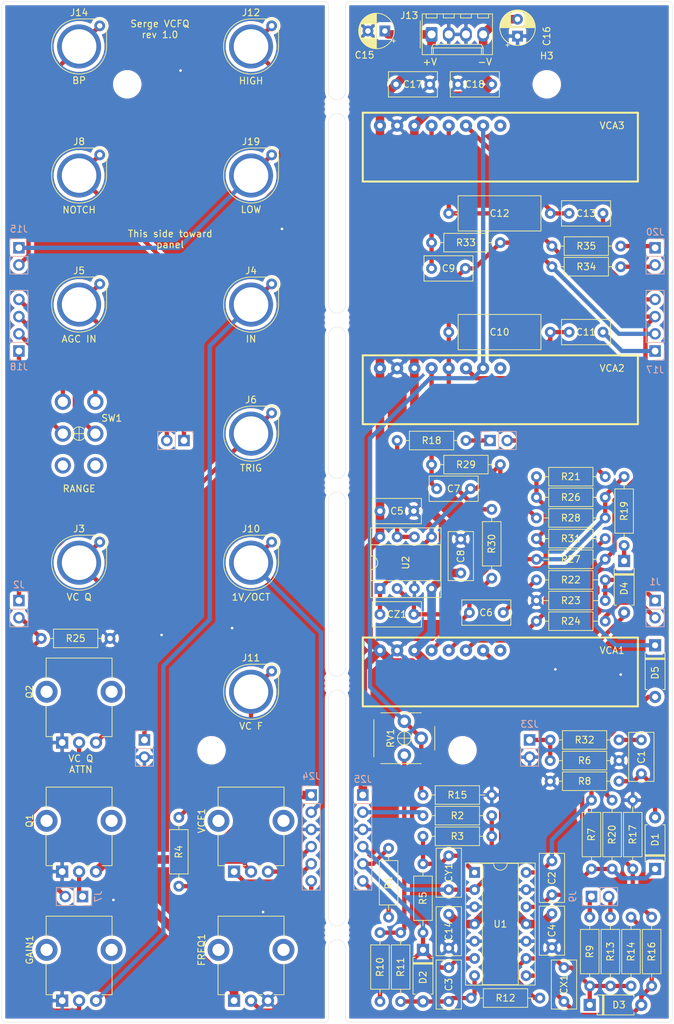
<source format=kicad_pcb>
(kicad_pcb (version 20171130) (host pcbnew "(5.1.8-0-10_14)")
  (layers (0 F.Cu signal) (31 B.Cu signal) (36 B.SilkS user) (37 F.SilkS user) (38 B.Mask user) (39 F.Mask user) (44 Edge.Cuts user))
  (net 0 "")
  (net 1 "Net-(C1-Pad2)")
  (net 2 "Net-(C1-Pad1)")
  (net 3 "Net-(C2-Pad2)")
  (net 4 "Net-(C2-Pad1)")
  (net 5 +12V)
  (net 6 GNDREF)
  (net 7 -12V)
  (net 8 "Net-(C6-Pad2)")
  (net 9 "Net-(C6-Pad1)")
  (net 10 "Net-(C7-Pad2)")
  (net 11 "Net-(C7-Pad1)")
  (net 12 /RANGE1_HI_MAIN)
  (net 13 "Net-(C9-Pad1)")
  (net 14 "Net-(C10-Pad2)")
  (net 15 /RANGE1_LO_MAIN)
  (net 16 /RANGE2_HI_MAIN)
  (net 17 "Net-(C12-Pad2)")
  (net 18 /RANGE2_LO_MAIN)
  (net 19 /VCF_CW_MAIN)
  (net 20 VC-Q-LINK)
  (net 21 "Net-(CX1-Pad2)")
  (net 22 "Net-(CX1-Pad1)")
  (net 23 /VCF_CCW_MAIN)
  (net 24 "Net-(CY1-Pad1)")
  (net 25 "Net-(CZ1-Pad2)")
  (net 26 "Net-(D4-Pad1)")
  (net 27 "Net-(D5-Pad2)")
  (net 28 +12VA)
  (net 29 /FREQ_IO)
  (net 30 GNDA)
  (net 31 /IN_IO)
  (net 32 /IN_MAIN)
  (net 33 /AGC_MAIN)
  (net 34 /AGC_IO)
  (net 35 "Net-(J3-Pad1)")
  (net 36 /TRIG_IO)
  (net 37 /VCF_CW_IO)
  (net 38 /VCF_CCW_IO)
  (net 39 /1VOCT_IO)
  (net 40 /VCQ_IO)
  (net 41 /Q_IO)
  (net 42 /NOTCH_IO)
  (net 43 /1VOCT_MAIN)
  (net 44 /FREQ_MAIN)
  (net 45 /VCQ_MAIN)
  (net 46 /Q_MAIN)
  (net 47 /TRIG_MAIN)
  (net 48 "Net-(J11-Pad1)")
  (net 49 /HIGH_IO)
  (net 50 /BP_IO)
  (net 51 /LOW_MAIN)
  (net 52 /BP_MAIN)
  (net 53 /NOTCH_MAIN)
  (net 54 /HIGH_MAIN)
  (net 55 /LOW_IO)
  (net 56 /RANGE2_LO_IO)
  (net 57 /RANGE2_HI_IO)
  (net 58 /RANGE1_LO_IO)
  (net 59 /RANGE1_HI_IO)
  (net 60 "Net-(R4-Pad2)")
  (net 61 "Net-(R16-Pad2)")
  (net 62 "Net-(R18-Pad1)")
  (net 63 "Net-(R21-Pad1)")
  (net 64 "Net-(R24-Pad1)")
  (net 65 FREQ-CONTROL)
  (net 66 "Net-(GAIN1-Pad3)")
  (net 67 "Net-(R10-Pad2)")
  (module rumblesan-footprints:mouse-bite-2.54mm-slot (layer F.Cu) (at 110.49 167.894 90)
    (fp_text reference mouse-bite-2.54mm-slot hide)
    (fp_text value VAL** hide)
    (pad "" np_thru_hole circle (at 0.8 1.1 90) (size 0.5 0.5) (drill 0.5) (layers *.Cu *.Mask))
    (pad "" np_thru_hole circle (at -0.8 1.1 90) (size 0.5 0.5) (drill 0.5) (layers *.Cu *.Mask))
    (pad "" np_thru_hole circle (at -0.8 -1.1 90) (size 0.5 0.5) (drill 0.5) (layers *.Cu *.Mask))
    (pad "" np_thru_hole circle (at 0.8 -1.1 90) (size 0.5 0.5) (drill 0.5) (layers *.Cu *.Mask))
    (pad "" np_thru_hole circle (at 0 1.1 90) (size 0.5 0.5) (drill 0.5) (layers *.Cu *.Mask))
    (pad "" np_thru_hole circle (at 0 -1.1 90) (size 0.5 0.5) (drill 0.5) (layers *.Cu *.Mask))
  )
  (module rumblesan-footprints:mouse-bite-2.54mm-slot (layer F.Cu) (at 110.49 131.064 90)
    (fp_text reference mouse-bite-2.54mm-slot hide)
    (fp_text value VAL** hide)
    (pad "" np_thru_hole circle (at 0.8 1.1 90) (size 0.5 0.5) (drill 0.5) (layers *.Cu *.Mask))
    (pad "" np_thru_hole circle (at -0.8 1.1 90) (size 0.5 0.5) (drill 0.5) (layers *.Cu *.Mask))
    (pad "" np_thru_hole circle (at -0.8 -1.1 90) (size 0.5 0.5) (drill 0.5) (layers *.Cu *.Mask))
    (pad "" np_thru_hole circle (at 0.8 -1.1 90) (size 0.5 0.5) (drill 0.5) (layers *.Cu *.Mask))
    (pad "" np_thru_hole circle (at 0 1.1 90) (size 0.5 0.5) (drill 0.5) (layers *.Cu *.Mask))
    (pad "" np_thru_hole circle (at 0 -1.1 90) (size 0.5 0.5) (drill 0.5) (layers *.Cu *.Mask))
  )
  (module rumblesan-footprints:mouse-bite-2.54mm-slot (layer F.Cu) (at 110.49 101.854 90)
    (fp_text reference mouse-bite-2.54mm-slot hide)
    (fp_text value VAL** hide)
    (pad "" np_thru_hole circle (at 0.8 1.1 90) (size 0.5 0.5) (drill 0.5) (layers *.Cu *.Mask))
    (pad "" np_thru_hole circle (at -0.8 1.1 90) (size 0.5 0.5) (drill 0.5) (layers *.Cu *.Mask))
    (pad "" np_thru_hole circle (at -0.8 -1.1 90) (size 0.5 0.5) (drill 0.5) (layers *.Cu *.Mask))
    (pad "" np_thru_hole circle (at 0.8 -1.1 90) (size 0.5 0.5) (drill 0.5) (layers *.Cu *.Mask))
    (pad "" np_thru_hole circle (at 0 1.1 90) (size 0.5 0.5) (drill 0.5) (layers *.Cu *.Mask))
    (pad "" np_thru_hole circle (at 0 -1.1 90) (size 0.5 0.5) (drill 0.5) (layers *.Cu *.Mask))
  )
  (module rumblesan-footprints:mouse-bite-2.54mm-slot (layer F.Cu) (at 110.49 77.47 90)
    (fp_text reference mouse-bite-2.54mm-slot hide)
    (fp_text value VAL** hide)
    (pad "" np_thru_hole circle (at 0.8 1.1 90) (size 0.5 0.5) (drill 0.5) (layers *.Cu *.Mask))
    (pad "" np_thru_hole circle (at -0.8 1.1 90) (size 0.5 0.5) (drill 0.5) (layers *.Cu *.Mask))
    (pad "" np_thru_hole circle (at -0.8 -1.1 90) (size 0.5 0.5) (drill 0.5) (layers *.Cu *.Mask))
    (pad "" np_thru_hole circle (at 0.8 -1.1 90) (size 0.5 0.5) (drill 0.5) (layers *.Cu *.Mask))
    (pad "" np_thru_hole circle (at 0 1.1 90) (size 0.5 0.5) (drill 0.5) (layers *.Cu *.Mask))
    (pad "" np_thru_hole circle (at 0 -1.1 90) (size 0.5 0.5) (drill 0.5) (layers *.Cu *.Mask))
  )
  (module rumblesan-footprints:mouse-bite-2.54mm-slot (layer F.Cu) (at 110.49 45.974 90)
    (fp_text reference mouse-bite-2.54mm-slot hide)
    (fp_text value VAL** hide)
    (pad "" np_thru_hole circle (at 0.8 1.1 90) (size 0.5 0.5) (drill 0.5) (layers *.Cu *.Mask))
    (pad "" np_thru_hole circle (at -0.8 1.1 90) (size 0.5 0.5) (drill 0.5) (layers *.Cu *.Mask))
    (pad "" np_thru_hole circle (at -0.8 -1.1 90) (size 0.5 0.5) (drill 0.5) (layers *.Cu *.Mask))
    (pad "" np_thru_hole circle (at 0.8 -1.1 90) (size 0.5 0.5) (drill 0.5) (layers *.Cu *.Mask))
    (pad "" np_thru_hole circle (at 0 1.1 90) (size 0.5 0.5) (drill 0.5) (layers *.Cu *.Mask))
    (pad "" np_thru_hole circle (at 0 -1.1 90) (size 0.5 0.5) (drill 0.5) (layers *.Cu *.Mask))
  )
  (module Connector_PinHeader_2.54mm:PinHeader_1x06_P2.54mm_Vertical (layer B.Cu) (at 114.3 147.574 180)
    (fp_text reference J25 (at 0 2.33) (layer B.SilkS) (effects (justify mirror)))
    (fp_text value Conn_01x06_Male hide)
    (pad 1 thru_hole rect (at 0 0 180) (size 1.7 1.7) (drill 1) (layers *.Cu *.Mask) (net 5 +12V))
    (pad 2 thru_hole oval (at 0 -2.54 180) (size 1.7 1.7) (drill 1) (layers *.Cu *.Mask) (net 43 /1VOCT_MAIN))
    (pad 3 thru_hole oval (at 0 -5.08 180) (size 1.7 1.7) (drill 1) (layers *.Cu *.Mask) (net 6 GNDREF))
    (pad 4 thru_hole oval (at 0 -7.62 180) (size 1.7 1.7) (drill 1) (layers *.Cu *.Mask) (net 19 /VCF_CW_MAIN))
    (pad 5 thru_hole oval (at 0 -10.16 180) (size 1.7 1.7) (drill 1) (layers *.Cu *.Mask) (net 23 /VCF_CCW_MAIN))
    (pad 6 thru_hole oval (at 0 -12.7 180) (size 1.7 1.7) (drill 1) (layers *.Cu *.Mask) (net 44 /FREQ_MAIN))
  )
  (module Connector_PinSocket_2.54mm:PinSocket_1x06_P2.54mm_Vertical (layer B.Cu) (at 106.68 147.574 180)
    (fp_text reference J24 (at 0 2.77) (layer B.SilkS) (effects (justify mirror)))
    (fp_text value Conn_01x06_Female hide)
    (pad 1 thru_hole rect (at 0 0 180) (size 1.7 1.7) (drill 1) (layers *.Cu *.Mask) (net 28 +12VA))
    (pad 2 thru_hole oval (at 0 -2.54 180) (size 1.7 1.7) (drill 1) (layers *.Cu *.Mask) (net 39 /1VOCT_IO))
    (pad 3 thru_hole oval (at 0 -5.08 180) (size 1.7 1.7) (drill 1) (layers *.Cu *.Mask) (net 30 GNDA))
    (pad 4 thru_hole oval (at 0 -7.62 180) (size 1.7 1.7) (drill 1) (layers *.Cu *.Mask) (net 37 /VCF_CW_IO))
    (pad 5 thru_hole oval (at 0 -10.16 180) (size 1.7 1.7) (drill 1) (layers *.Cu *.Mask) (net 38 /VCF_CCW_IO))
    (pad 6 thru_hole oval (at 0 -12.7 180) (size 1.7 1.7) (drill 1) (layers *.Cu *.Mask) (net 29 /FREQ_IO))
  )
  (module Connector_PinSocket_2.54mm:PinSocket_1x02_P2.54mm_Vertical (layer B.Cu) (at 148.082 162.56 270)
    (fp_text reference J9 (at 0 2.77 90) (layer B.SilkS) (effects (justify mirror)))
    (fp_text value Input_Header_Main hide)
    (pad 1 thru_hole rect (at 0 0 270) (size 1.7 1.7) (drill 1) (layers *.Cu *.Mask) (net 46 /Q_MAIN))
    (pad 2 thru_hole oval (at 0 -2.54 270) (size 1.7 1.7) (drill 1) (layers *.Cu *.Mask) (net 45 /VCQ_MAIN))
  )
  (module Connector_PinHeader_2.54mm:PinHeader_1x02_P2.54mm_Vertical (layer B.Cu) (at 72.898 162.56 90)
    (fp_text reference J7 (at 0 2.33 90) (layer B.SilkS) (effects (justify mirror)))
    (fp_text value Input_Header_IO hide)
    (pad 1 thru_hole rect (at 0 0 90) (size 1.7 1.7) (drill 1) (layers *.Cu *.Mask) (net 41 /Q_IO))
    (pad 2 thru_hole oval (at 0 -2.54 90) (size 1.7 1.7) (drill 1) (layers *.Cu *.Mask) (net 40 /VCQ_IO))
  )
  (module Connector_PinHeader_2.54mm:PinHeader_1x02_P2.54mm_Vertical (layer B.Cu) (at 138.938 139.446 180)
    (fp_text reference J23 (at 0 2.33) (layer B.SilkS) (effects (justify mirror)))
    (fp_text value Conn_01x02_Male hide)
    (pad 2 thru_hole oval (at 0 -2.54 180) (size 1.7 1.7) (drill 1) (layers *.Cu *.Mask) (net 6 GNDREF))
    (pad 1 thru_hole rect (at 0 0 180) (size 1.7 1.7) (drill 1) (layers *.Cu *.Mask) (net 47 /TRIG_MAIN))
  )
  (module Connector_PinSocket_2.54mm:PinSocket_1x02_P2.54mm_Vertical (layer B.Cu) (at 82.042 139.446 180)
    (fp_text reference J22 hide)
    (fp_text value Conn_01x02_Female hide)
    (pad 2 thru_hole oval (at 0 -2.54 180) (size 1.7 1.7) (drill 1) (layers *.Cu *.Mask) (net 30 GNDA))
    (pad 1 thru_hole rect (at 0 0 180) (size 1.7 1.7) (drill 1) (layers *.Cu *.Mask) (net 36 /TRIG_IO))
  )
  (module rumblesan-footprints:DIP-8_W7.62mm_Socket (layer F.Cu) (at 116.84 117.094 90)
    (fp_text reference U2 (at 3.81 3.81 90) (layer F.SilkS))
    (fp_text value TL072)
    (pad 8 thru_hole oval (at 7.62 0 90) (size 1.6 1.6) (drill 0.8) (layers *.Cu *.Mask) (net 5 +12V))
    (pad 4 thru_hole oval (at 0 7.62 90) (size 1.6 1.6) (drill 0.8) (layers *.Cu *.Mask) (net 7 -12V))
    (pad 7 thru_hole oval (at 7.62 2.54 90) (size 1.6 1.6) (drill 0.8) (layers *.Cu *.Mask) (net 62 "Net-(R18-Pad1)"))
    (pad 3 thru_hole oval (at 0 5.08 90) (size 1.6 1.6) (drill 0.8) (layers *.Cu *.Mask) (net 6 GNDREF))
    (pad 6 thru_hole oval (at 7.62 5.08 90) (size 1.6 1.6) (drill 0.8) (layers *.Cu *.Mask) (net 62 "Net-(R18-Pad1)"))
    (pad 2 thru_hole oval (at 0 2.54 90) (size 1.6 1.6) (drill 0.8) (layers *.Cu *.Mask) (net 25 "Net-(CZ1-Pad2)"))
    (pad 5 thru_hole oval (at 7.62 7.62 90) (size 1.6 1.6) (drill 0.8) (layers *.Cu *.Mask) (net 10 "Net-(C7-Pad2)"))
    (pad 1 thru_hole rect (at 0 0 90) (size 1.6 1.6) (drill 0.8) (layers *.Cu *.Mask) (net 10 "Net-(C7-Pad2)"))
  )
  (module Connector_PinHeader_2.54mm:PinHeader_1x02_P2.54mm_Vertical (layer B.Cu) (at 133.096 95.25 270)
    (fp_text reference J21 hide)
    (fp_text value Conn_01x02_Male hide)
    (pad 2 thru_hole oval (at 0 -2.54 270) (size 1.7 1.7) (drill 1) (layers *.Cu *.Mask) (net 53 /NOTCH_MAIN))
    (pad 1 thru_hole rect (at 0 0 270) (size 1.7 1.7) (drill 1) (layers *.Cu *.Mask) (net 54 /HIGH_MAIN))
  )
  (module Connector_PinHeader_2.54mm:PinHeader_1x02_P2.54mm_Vertical (layer B.Cu) (at 157.48 66.802 180)
    (fp_text reference J20 (at 0 2.33) (layer B.SilkS) (effects (justify mirror)))
    (fp_text value Conn_01x02_Male hide)
    (pad 2 thru_hole oval (at 0 -2.54 180) (size 1.7 1.7) (drill 1) (layers *.Cu *.Mask) (net 52 /BP_MAIN))
    (pad 1 thru_hole rect (at 0 0 180) (size 1.7 1.7) (drill 1) (layers *.Cu *.Mask) (net 51 /LOW_MAIN))
  )
  (module Connector_PinSocket_2.54mm:PinSocket_1x02_P2.54mm_Vertical (layer B.Cu) (at 87.884 95.25 90)
    (fp_text reference J16 hide)
    (fp_text value Conn_01x02_Female hide)
    (pad 2 thru_hole oval (at 0 -2.54 90) (size 1.7 1.7) (drill 1) (layers *.Cu *.Mask) (net 42 /NOTCH_IO))
    (pad 1 thru_hole rect (at 0 0 90) (size 1.7 1.7) (drill 1) (layers *.Cu *.Mask) (net 49 /HIGH_IO))
  )
  (module Connector_PinSocket_2.54mm:PinSocket_1x02_P2.54mm_Vertical (layer B.Cu) (at 63.5 66.802 180)
    (fp_text reference J15 (at 0 2.77) (layer B.SilkS) (effects (justify mirror)))
    (fp_text value Conn_01x02_Female hide)
    (pad 2 thru_hole oval (at 0 -2.54 180) (size 1.7 1.7) (drill 1) (layers *.Cu *.Mask) (net 50 /BP_IO))
    (pad 1 thru_hole rect (at 0 0 180) (size 1.7 1.7) (drill 1) (layers *.Cu *.Mask) (net 55 /LOW_IO))
  )
  (module MountingHole:MountingHole_3.2mm_M3 (layer F.Cu) (at 129.032 140.97)
    (fp_text reference H4 hide)
    (fp_text value MountingScrew_M3_Flathead hide)
    (pad 1 np_thru_hole circle (at 0 0) (size 3.2 3.2) (drill 3.2) (layers *.Cu *.Mask))
  )
  (module MountingHole:MountingHole_3.2mm_M3 (layer F.Cu) (at 141.478 42.672)
    (fp_text reference H3 (at 0 -4.2) (layer F.SilkS))
    (fp_text value MountingScrew_M3_Flathead)
    (pad 1 np_thru_hole circle (at 0 0) (size 3.2 3.2) (drill 3.2) (layers *.Cu *.Mask))
  )
  (module MountingHole:MountingHole_3.2mm_M3 (layer F.Cu) (at 91.948 140.97)
    (fp_text reference H2 hide)
    (fp_text value MountingScrew_M3_Flathead hide)
    (pad 1 np_thru_hole circle (at 0 0) (size 3.2 3.2) (drill 3.2) (layers *.Cu *.Mask))
  )
  (module MountingHole:MountingHole_3.2mm_M3 (layer F.Cu) (at 79.502 42.672)
    (fp_text reference H1 hide)
    (fp_text value MountingScrew_M3_Flathead hide)
    (pad 1 np_thru_hole circle (at 0 0) (size 3.2 3.2) (drill 3.2) (layers *.Cu *.Mask))
  )
  (module rumblesan-footprints:Serge_GainCell_Vertical (layer F.Cu) (at 116.84 48.768)
    (fp_text reference VCA3 (at 34.29 0) (layer F.SilkS))
    (fp_text value CGS108)
    (pad 1 thru_hole circle (at 0 0) (size 1.8 1.8) (drill 0.8) (layers *.Cu *.Mask) (net 5 +12V))
    (pad 2 thru_hole circle (at 2.54 0) (size 1.8 1.8) (drill 0.8) (layers *.Cu *.Mask) (net 6 GNDREF))
    (pad 3 thru_hole circle (at 5.08 0) (size 1.8 1.8) (drill 0.8) (layers *.Cu *.Mask) (net 7 -12V))
    (pad 4 thru_hole circle (at 7.62 0) (size 1.8 1.8) (drill 0.8) (layers *.Cu *.Mask) (net 13 "Net-(C9-Pad1)"))
    (pad 5 thru_hole circle (at 10.16 0) (size 1.8 1.8) (drill 0.8) (layers *.Cu *.Mask) (net 16 /RANGE2_HI_MAIN))
    (pad 6 thru_hole circle (at 12.7 0) (size 1.8 1.8) (drill 0.8) (layers *.Cu *.Mask) (net 17 "Net-(C12-Pad2)"))
    (pad 7 thru_hole circle (at 15.24 0) (size 1.8 1.8) (drill 0.8) (layers *.Cu *.Mask) (net 65 FREQ-CONTROL))
    (pad 8 thru_hole circle (at 17.78 0) (size 1.8 1.8) (drill 0.8) (layers *.Cu *.Mask))
  )
  (module rumblesan-footprints:Serge_GainCell_Vertical (layer F.Cu) (at 116.84 84.582)
    (fp_text reference VCA2 (at 34.29 0) (layer F.SilkS))
    (fp_text value CGS108)
    (pad 1 thru_hole circle (at 0 0) (size 1.8 1.8) (drill 0.8) (layers *.Cu *.Mask) (net 5 +12V))
    (pad 2 thru_hole circle (at 2.54 0) (size 1.8 1.8) (drill 0.8) (layers *.Cu *.Mask) (net 6 GNDREF))
    (pad 3 thru_hole circle (at 5.08 0) (size 1.8 1.8) (drill 0.8) (layers *.Cu *.Mask) (net 7 -12V))
    (pad 4 thru_hole circle (at 7.62 0) (size 1.8 1.8) (drill 0.8) (layers *.Cu *.Mask) (net 11 "Net-(C7-Pad1)"))
    (pad 5 thru_hole circle (at 10.16 0) (size 1.8 1.8) (drill 0.8) (layers *.Cu *.Mask) (net 12 /RANGE1_HI_MAIN))
    (pad 6 thru_hole circle (at 12.7 0) (size 1.8 1.8) (drill 0.8) (layers *.Cu *.Mask) (net 14 "Net-(C10-Pad2)"))
    (pad 7 thru_hole circle (at 15.24 0) (size 1.8 1.8) (drill 0.8) (layers *.Cu *.Mask) (net 65 FREQ-CONTROL))
    (pad 8 thru_hole circle (at 17.78 0) (size 1.8 1.8) (drill 0.8) (layers *.Cu *.Mask))
  )
  (module rumblesan-footprints:Serge_GainCell_Vertical (layer F.Cu) (at 116.84 126.238)
    (fp_text reference VCA1 (at 34.29 0) (layer F.SilkS))
    (fp_text value CGS108)
    (pad 1 thru_hole circle (at 0 0) (size 1.8 1.8) (drill 0.8) (layers *.Cu *.Mask) (net 5 +12V))
    (pad 2 thru_hole circle (at 2.54 0) (size 1.8 1.8) (drill 0.8) (layers *.Cu *.Mask) (net 6 GNDREF))
    (pad 3 thru_hole circle (at 5.08 0) (size 1.8 1.8) (drill 0.8) (layers *.Cu *.Mask) (net 7 -12V))
    (pad 4 thru_hole circle (at 7.62 0) (size 1.8 1.8) (drill 0.8) (layers *.Cu *.Mask) (net 9 "Net-(C6-Pad1)"))
    (pad 5 thru_hole circle (at 10.16 0) (size 1.8 1.8) (drill 0.8) (layers *.Cu *.Mask) (net 63 "Net-(R21-Pad1)"))
    (pad 6 thru_hole circle (at 12.7 0) (size 1.8 1.8) (drill 0.8) (layers *.Cu *.Mask) (net 64 "Net-(R24-Pad1)"))
    (pad 7 thru_hole circle (at 15.24 0) (size 1.8 1.8) (drill 0.8) (layers *.Cu *.Mask) (net 61 "Net-(R16-Pad2)"))
    (pad 8 thru_hole circle (at 17.78 0) (size 1.8 1.8) (drill 0.8) (layers *.Cu *.Mask))
  )
  (module rumblesan-footprints:Potentiometer_Alpha_RD901F-40-00D_Single_Vertical_CircularHoles (layer F.Cu) (at 97.79 151.384 90)
    (fp_text reference VCF1 (at 0 -7.3 270) (layer F.SilkS))
    (fp_text value "50k Lin")
    (pad 1 thru_hole rect (at -7.5 -2.5 180) (size 1.8 1.8) (drill 1) (layers *.Cu *.Mask) (net 38 /VCF_CCW_IO))
    (pad 2 thru_hole circle (at -7.5 0 180) (size 1.8 1.8) (drill 1) (layers *.Cu *.Mask) (net 60 "Net-(R4-Pad2)"))
    (pad 3 thru_hole circle (at -7.5 2.5 180) (size 1.8 1.8) (drill 1) (layers *.Cu *.Mask) (net 37 /VCF_CW_IO))
    (pad "" thru_hole circle (at 0 4.8 180) (size 3.24 3.24) (drill 1.8) (layers *.Cu *.Mask))
    (pad "" thru_hole circle (at 0 -4.8 180) (size 3.24 3.24) (drill 1.8) (layers *.Cu *.Mask))
  )
  (module rumblesan-footprints:DIP-14_W7.62mm_Socket (layer F.Cu) (at 130.81 159.004)
    (fp_text reference U1 (at 3.81 7.62) (layer F.SilkS))
    (fp_text value TL074)
    (pad 14 thru_hole oval (at 7.62 0) (size 1.6 1.6) (drill 0.8) (layers *.Cu *.Mask) (net 4 "Net-(C2-Pad1)"))
    (pad 7 thru_hole oval (at 0 15.24) (size 1.6 1.6) (drill 0.8) (layers *.Cu *.Mask) (net 20 VC-Q-LINK))
    (pad 13 thru_hole oval (at 7.62 2.54) (size 1.6 1.6) (drill 0.8) (layers *.Cu *.Mask) (net 6 GNDREF))
    (pad 6 thru_hole oval (at 0 12.7) (size 1.6 1.6) (drill 0.8) (layers *.Cu *.Mask) (net 23 /VCF_CCW_MAIN))
    (pad 12 thru_hole oval (at 7.62 5.08) (size 1.6 1.6) (drill 0.8) (layers *.Cu *.Mask) (net 3 "Net-(C2-Pad2)"))
    (pad 5 thru_hole oval (at 0 10.16) (size 1.6 1.6) (drill 0.8) (layers *.Cu *.Mask) (net 6 GNDREF))
    (pad 11 thru_hole oval (at 7.62 7.62) (size 1.6 1.6) (drill 0.8) (layers *.Cu *.Mask) (net 7 -12V))
    (pad 4 thru_hole oval (at 0 7.62) (size 1.6 1.6) (drill 0.8) (layers *.Cu *.Mask) (net 5 +12V))
    (pad 10 thru_hole oval (at 7.62 10.16) (size 1.6 1.6) (drill 0.8) (layers *.Cu *.Mask) (net 6 GNDREF))
    (pad 3 thru_hole oval (at 0 5.08) (size 1.6 1.6) (drill 0.8) (layers *.Cu *.Mask) (net 6 GNDREF))
    (pad 9 thru_hole oval (at 7.62 12.7) (size 1.6 1.6) (drill 0.8) (layers *.Cu *.Mask) (net 21 "Net-(CX1-Pad2)"))
    (pad 2 thru_hole oval (at 0 2.54) (size 1.6 1.6) (drill 0.8) (layers *.Cu *.Mask) (net 19 /VCF_CW_MAIN))
    (pad 8 thru_hole oval (at 7.62 15.24) (size 1.6 1.6) (drill 0.8) (layers *.Cu *.Mask) (net 22 "Net-(CX1-Pad1)"))
    (pad 1 thru_hole rect (at 0 0) (size 1.6 1.6) (drill 0.8) (layers *.Cu *.Mask) (net 24 "Net-(CY1-Pad1)"))
  )
  (module rumblesan-footprints:SW_NKK_M2021SS1W03 (layer F.Cu) (at 72.39 94.234 180)
    (fp_text reference SW1 (at -4.826 2.286) (layer F.SilkS))
    (fp_text value SW_DPST_x2)
    (pad 1 thru_hole circle (at -2.4 4.7 180) (size 2.4 2.4) (drill 1.5) (layers *.Cu *.Mask) (net 56 /RANGE2_LO_IO))
    (pad 2 thru_hole circle (at -2.4 0 180) (size 2.4 2.4) (drill 1.5) (layers *.Cu *.Mask) (net 57 /RANGE2_HI_IO))
    (pad 3 thru_hole circle (at 2.4 4.7 180) (size 2.4 2.4) (drill 1.5) (layers *.Cu *.Mask) (net 59 /RANGE1_HI_IO))
    (pad 4 thru_hole circle (at 2.4 0 180) (size 2.4 2.4) (drill 1.5) (layers *.Cu *.Mask) (net 58 /RANGE1_LO_IO))
    (pad "" np_thru_hole circle (at -2.4 -4.7 180) (size 2.4 2.4) (drill 1.5) (layers *.Cu *.Mask))
    (pad "" np_thru_hole circle (at 2.4 -4.7 180) (size 2.4 2.4) (drill 1.5) (layers *.Cu *.Mask))
  )
  (module rumblesan-footprints:Potentiometer_THT_Bourns_3306P_Vertical (layer F.Cu) (at 120.436 139.192 270)
    (fp_text reference RV1 (at 0 2.032 90) (layer F.SilkS))
    (fp_text value 100R)
    (pad 3 thru_hole circle (at 2.5 0 270) (size 2 2) (drill 1.1) (layers *.Cu *.Mask) (net 67 "Net-(R10-Pad2)"))
    (pad 1 thru_hole circle (at -2.5 0 270) (size 2 2) (drill 1.1) (layers *.Cu *.Mask) (net 65 FREQ-CONTROL))
    (pad 2 thru_hole circle (at 0 -2.5 270) (size 2 2) (drill 1.1) (layers *.Cu *.Mask) (net 65 FREQ-CONTROL))
  )
  (module rumblesan-footprints:Resistor_THT_L6.3mm_D2.5mm_P10.16mm_Horizontal (layer F.Cu) (at 142.24 66.548)
    (fp_text reference R35 (at 5.08 0) (layer F.SilkS))
    (fp_text value 330R)
    (pad 2 thru_hole oval (at 10.16 0) (size 1.6 1.6) (drill 0.8) (layers *.Cu *.Mask) (net 51 /LOW_MAIN))
    (pad 1 thru_hole circle (at 0 0) (size 1.6 1.6) (drill 0.8) (layers *.Cu *.Mask) (net 16 /RANGE2_HI_MAIN))
  )
  (module rumblesan-footprints:Resistor_THT_L6.3mm_D2.5mm_P10.16mm_Horizontal (layer F.Cu) (at 142.24 69.596)
    (fp_text reference R34 (at 5.08 0) (layer F.SilkS))
    (fp_text value 330R)
    (pad 2 thru_hole oval (at 10.16 0) (size 1.6 1.6) (drill 0.8) (layers *.Cu *.Mask) (net 52 /BP_MAIN))
    (pad 1 thru_hole circle (at 0 0) (size 1.6 1.6) (drill 0.8) (layers *.Cu *.Mask) (net 12 /RANGE1_HI_MAIN))
  )
  (module rumblesan-footprints:Resistor_THT_L6.3mm_D2.5mm_P10.16mm_Horizontal (layer F.Cu) (at 134.62 66.04 180)
    (fp_text reference R33 (at 5.08 0) (layer F.SilkS))
    (fp_text value 47k)
    (pad 2 thru_hole oval (at 10.16 0 180) (size 1.6 1.6) (drill 0.8) (layers *.Cu *.Mask) (net 13 "Net-(C9-Pad1)"))
    (pad 1 thru_hole circle (at 0 0 180) (size 1.6 1.6) (drill 0.8) (layers *.Cu *.Mask) (net 12 /RANGE1_HI_MAIN))
  )
  (module rumblesan-footprints:Resistor_THT_L6.3mm_D2.5mm_P10.16mm_Horizontal (layer F.Cu) (at 123.19 147.574)
    (fp_text reference R15 (at 5.08 0) (layer F.SilkS))
    (fp_text value 330R)
    (pad 2 thru_hole oval (at 10.16 0) (size 1.6 1.6) (drill 0.8) (layers *.Cu *.Mask) (net 6 GNDREF))
    (pad 1 thru_hole circle (at 0 0) (size 1.6 1.6) (drill 0.8) (layers *.Cu *.Mask) (net 65 FREQ-CONTROL))
  )
  (module rumblesan-footprints:Resistor_THT_L6.3mm_D2.5mm_P10.16mm_Horizontal (layer F.Cu) (at 139.954 109.728)
    (fp_text reference R31 (at 5.08 0) (layer F.SilkS))
    (fp_text value 100k)
    (pad 2 thru_hole oval (at 10.16 0) (size 1.6 1.6) (drill 0.8) (layers *.Cu *.Mask) (net 64 "Net-(R24-Pad1)"))
    (pad 1 thru_hole circle (at 0 0) (size 1.6 1.6) (drill 0.8) (layers *.Cu *.Mask) (net 63 "Net-(R21-Pad1)"))
  )
  (module rumblesan-footprints:Resistor_THT_L6.3mm_D2.5mm_P10.16mm_Horizontal (layer F.Cu) (at 133.35 115.57 90)
    (fp_text reference R30 (at 5.08 0 90) (layer F.SilkS))
    (fp_text value 100k)
    (pad 2 thru_hole oval (at 10.16 0 90) (size 1.6 1.6) (drill 0.8) (layers *.Cu *.Mask) (net 12 /RANGE1_HI_MAIN))
    (pad 1 thru_hole circle (at 0 0 90) (size 1.6 1.6) (drill 0.8) (layers *.Cu *.Mask) (net 9 "Net-(C6-Pad1)"))
  )
  (module rumblesan-footprints:Resistor_THT_L6.3mm_D2.5mm_P10.16mm_Horizontal (layer F.Cu) (at 134.62 98.806 180)
    (fp_text reference R29 (at 5.08 0) (layer F.SilkS))
    (fp_text value 47k)
    (pad 2 thru_hole oval (at 10.16 0 180) (size 1.6 1.6) (drill 0.8) (layers *.Cu *.Mask) (net 11 "Net-(C7-Pad1)"))
    (pad 1 thru_hole circle (at 0 0 180) (size 1.6 1.6) (drill 0.8) (layers *.Cu *.Mask) (net 10 "Net-(C7-Pad2)"))
  )
  (module rumblesan-footprints:Resistor_THT_L6.3mm_D2.5mm_P10.16mm_Horizontal (layer F.Cu) (at 150.114 106.68 180)
    (fp_text reference R28 (at 5.08 0) (layer F.SilkS))
    (fp_text value 100k)
    (pad 2 thru_hole oval (at 10.16 0 180) (size 1.6 1.6) (drill 0.8) (layers *.Cu *.Mask) (net 10 "Net-(C7-Pad2)"))
    (pad 1 thru_hole circle (at 0 0 180) (size 1.6 1.6) (drill 0.8) (layers *.Cu *.Mask) (net 25 "Net-(CZ1-Pad2)"))
  )
  (module rumblesan-footprints:Resistor_THT_L6.3mm_D2.5mm_P10.16mm_Horizontal (layer F.Cu) (at 150.114 112.776 180)
    (fp_text reference R27 (at 5.08 0) (layer F.SilkS))
    (fp_text value 100k)
    (pad 2 thru_hole oval (at 10.16 0 180) (size 1.6 1.6) (drill 0.8) (layers *.Cu *.Mask) (net 25 "Net-(CZ1-Pad2)"))
    (pad 1 thru_hole circle (at 0 0 180) (size 1.6 1.6) (drill 0.8) (layers *.Cu *.Mask) (net 16 /RANGE2_HI_MAIN))
  )
  (module rumblesan-footprints:Resistor_THT_L6.3mm_D2.5mm_P10.16mm_Horizontal (layer F.Cu) (at 139.954 103.632)
    (fp_text reference R26 (at 5.08 0) (layer F.SilkS))
    (fp_text value 100k)
    (pad 2 thru_hole oval (at 10.16 0) (size 1.6 1.6) (drill 0.8) (layers *.Cu *.Mask) (net 25 "Net-(CZ1-Pad2)"))
    (pad 1 thru_hole circle (at 0 0) (size 1.6 1.6) (drill 0.8) (layers *.Cu *.Mask) (net 63 "Net-(R21-Pad1)"))
  )
  (module rumblesan-footprints:Resistor_THT_L6.3mm_D2.5mm_P10.16mm_Horizontal (layer F.Cu) (at 76.962 124.46 180)
    (fp_text reference R25 (at 5.08 0) (layer F.SilkS))
    (fp_text value NotFitted)
    (pad 2 thru_hole oval (at 10.16 0 180) (size 1.6 1.6) (drill 0.8) (layers *.Cu *.Mask) (net 31 /IN_IO))
    (pad 1 thru_hole circle (at 0 0 180) (size 1.6 1.6) (drill 0.8) (layers *.Cu *.Mask) (net 30 GNDA))
  )
  (module rumblesan-footprints:Resistor_THT_L6.3mm_D2.5mm_P10.16mm_Horizontal (layer F.Cu) (at 139.954 121.92)
    (fp_text reference R24 (at 5.08 0) (layer F.SilkS))
    (fp_text value 100k)
    (pad 2 thru_hole oval (at 10.16 0) (size 1.6 1.6) (drill 0.8) (layers *.Cu *.Mask) (net 32 /IN_MAIN))
    (pad 1 thru_hole circle (at 0 0) (size 1.6 1.6) (drill 0.8) (layers *.Cu *.Mask) (net 64 "Net-(R24-Pad1)"))
  )
  (module rumblesan-footprints:Resistor_THT_L6.3mm_D2.5mm_P10.16mm_Horizontal (layer F.Cu) (at 139.954 118.872)
    (fp_text reference R23 (at 5.08 0) (layer F.SilkS))
    (fp_text value 47k)
    (pad 2 thru_hole oval (at 10.16 0) (size 1.6 1.6) (drill 0.8) (layers *.Cu *.Mask) (net 33 /AGC_MAIN))
    (pad 1 thru_hole circle (at 0 0) (size 1.6 1.6) (drill 0.8) (layers *.Cu *.Mask) (net 6 GNDREF))
  )
  (module rumblesan-footprints:Resistor_THT_L6.3mm_D2.5mm_P10.16mm_Horizontal (layer F.Cu) (at 150.114 115.824 180)
    (fp_text reference R22 (at 5.08 0) (layer F.SilkS))
    (fp_text value 100k)
    (pad 2 thru_hole oval (at 10.16 0 180) (size 1.6 1.6) (drill 0.8) (layers *.Cu *.Mask) (net 8 "Net-(C6-Pad2)"))
    (pad 1 thru_hole circle (at 0 0 180) (size 1.6 1.6) (drill 0.8) (layers *.Cu *.Mask) (net 33 /AGC_MAIN))
  )
  (module rumblesan-footprints:Resistor_THT_L6.3mm_D2.5mm_P10.16mm_Horizontal (layer F.Cu) (at 139.954 100.584)
    (fp_text reference R21 (at 5.08 0) (layer F.SilkS))
    (fp_text value 330R)
    (pad 2 thru_hole oval (at 10.16 0) (size 1.6 1.6) (drill 0.8) (layers *.Cu *.Mask) (net 53 /NOTCH_MAIN))
    (pad 1 thru_hole circle (at 0 0) (size 1.6 1.6) (drill 0.8) (layers *.Cu *.Mask) (net 63 "Net-(R21-Pad1)"))
  )
  (module rumblesan-footprints:Resistor_THT_L6.3mm_D2.5mm_P10.16mm_Horizontal (layer F.Cu) (at 151.13 148.336 270)
    (fp_text reference R20 (at 5.08 0 90) (layer F.SilkS))
    (fp_text value 330k)
    (pad 2 thru_hole oval (at 10.16 0 270) (size 1.6 1.6) (drill 0.8) (layers *.Cu *.Mask) (net 3 "Net-(C2-Pad2)"))
    (pad 1 thru_hole circle (at 0 0 270) (size 1.6 1.6) (drill 0.8) (layers *.Cu *.Mask) (net 27 "Net-(D5-Pad2)"))
  )
  (module rumblesan-footprints:Resistor_THT_L6.3mm_D2.5mm_P10.16mm_Horizontal (layer F.Cu) (at 152.908 100.584 270)
    (fp_text reference R19 (at 5.08 0 90) (layer F.SilkS))
    (fp_text value 220k)
    (pad 2 thru_hole oval (at 10.16 0 270) (size 1.6 1.6) (drill 0.8) (layers *.Cu *.Mask) (net 26 "Net-(D4-Pad1)"))
    (pad 1 thru_hole circle (at 0 0 270) (size 1.6 1.6) (drill 0.8) (layers *.Cu *.Mask) (net 25 "Net-(CZ1-Pad2)"))
  )
  (module rumblesan-footprints:Resistor_THT_L6.3mm_D2.5mm_P10.16mm_Horizontal (layer F.Cu) (at 119.38 95.25)
    (fp_text reference R18 (at 5.08 0) (layer F.SilkS))
    (fp_text value 330R)
    (pad 2 thru_hole oval (at 10.16 0) (size 1.6 1.6) (drill 0.8) (layers *.Cu *.Mask) (net 54 /HIGH_MAIN))
    (pad 1 thru_hole circle (at 0 0) (size 1.6 1.6) (drill 0.8) (layers *.Cu *.Mask) (net 62 "Net-(R18-Pad1)"))
  )
  (module rumblesan-footprints:Resistor_THT_L6.3mm_D2.5mm_P10.16mm_Horizontal (layer F.Cu) (at 154.178 158.496 90)
    (fp_text reference R17 (at 5.08 0 90) (layer F.SilkS))
    (fp_text value 330R)
    (pad 2 thru_hole oval (at 10.16 0 90) (size 1.6 1.6) (drill 0.8) (layers *.Cu *.Mask) (net 6 GNDREF))
    (pad 1 thru_hole circle (at 0 0 90) (size 1.6 1.6) (drill 0.8) (layers *.Cu *.Mask) (net 61 "Net-(R16-Pad2)"))
  )
  (module rumblesan-footprints:Resistor_THT_L6.3mm_D2.5mm_P10.16mm_Horizontal (layer F.Cu) (at 156.972 175.768 90)
    (fp_text reference R16 (at 5.08 0 90) (layer F.SilkS))
    (fp_text value 15k)
    (pad 2 thru_hole oval (at 10.16 0 90) (size 1.6 1.6) (drill 0.8) (layers *.Cu *.Mask) (net 61 "Net-(R16-Pad2)"))
    (pad 1 thru_hole circle (at 0 0 90) (size 1.6 1.6) (drill 0.8) (layers *.Cu *.Mask) (net 22 "Net-(CX1-Pad1)"))
  )
  (module rumblesan-footprints:Resistor_THT_L6.3mm_D2.5mm_P10.16mm_Horizontal (layer F.Cu) (at 119.888 178.054 90)
    (fp_text reference R11 (at 5.08 0 90) (layer F.SilkS))
    (fp_text value 15k)
    (pad 1 thru_hole circle (at 0 0 90) (size 1.6 1.6) (drill 0.8) (layers *.Cu *.Mask) (net 20 VC-Q-LINK))
    (pad 2 thru_hole oval (at 10.16 0 90) (size 1.6 1.6) (drill 0.8) (layers *.Cu *.Mask) (net 67 "Net-(R10-Pad2)"))
  )
  (module rumblesan-footprints:Resistor_THT_L6.3mm_D2.5mm_P10.16mm_Horizontal (layer F.Cu) (at 153.924 175.768 90)
    (fp_text reference R14 (at 5.08 0 90) (layer F.SilkS))
    (fp_text value 100k)
    (pad 2 thru_hole oval (at 10.16 0 90) (size 1.6 1.6) (drill 0.8) (layers *.Cu *.Mask) (net 22 "Net-(CX1-Pad1)"))
    (pad 1 thru_hole circle (at 0 0 90) (size 1.6 1.6) (drill 0.8) (layers *.Cu *.Mask) (net 21 "Net-(CX1-Pad2)"))
  )
  (module rumblesan-footprints:Resistor_THT_L6.3mm_D2.5mm_P10.16mm_Horizontal (layer F.Cu) (at 150.876 165.608 270)
    (fp_text reference R13 (at 5.08 0 90) (layer F.SilkS))
    (fp_text value 47k)
    (pad 2 thru_hole oval (at 10.16 0 270) (size 1.6 1.6) (drill 0.8) (layers *.Cu *.Mask) (net 21 "Net-(CX1-Pad2)"))
    (pad 1 thru_hole circle (at 0 0 270) (size 1.6 1.6) (drill 0.8) (layers *.Cu *.Mask) (net 45 /VCQ_MAIN))
  )
  (module rumblesan-footprints:Resistor_THT_L6.3mm_D2.5mm_P10.16mm_Horizontal (layer F.Cu) (at 140.462 177.546 180)
    (fp_text reference R12 (at 5.08 0) (layer F.SilkS))
    (fp_text value 100k)
    (pad 2 thru_hole oval (at 10.16 0 180) (size 1.6 1.6) (drill 0.8) (layers *.Cu *.Mask) (net 20 VC-Q-LINK))
    (pad 1 thru_hole circle (at 0 0 180) (size 1.6 1.6) (drill 0.8) (layers *.Cu *.Mask) (net 21 "Net-(CX1-Pad2)"))
  )
  (module rumblesan-footprints:Resistor_THT_L6.3mm_D2.5mm_P10.16mm_Horizontal (layer F.Cu) (at 116.84 178.054 90)
    (fp_text reference R10 (at 5.08 0 90) (layer F.SilkS))
    (fp_text value 2k0)
    (pad 2 thru_hole oval (at 10.16 0 90) (size 1.6 1.6) (drill 0.8) (layers *.Cu *.Mask) (net 67 "Net-(R10-Pad2)"))
    (pad 1 thru_hole circle (at 0 0 90) (size 1.6 1.6) (drill 0.8) (layers *.Cu *.Mask) (net 23 /VCF_CCW_MAIN))
  )
  (module rumblesan-footprints:Resistor_THT_L6.3mm_D2.5mm_P10.16mm_Horizontal (layer F.Cu) (at 123.19 157.734 270)
    (fp_text reference R5 (at 5.08 0 90) (layer F.SilkS))
    (fp_text value 22k)
    (pad 2 thru_hole oval (at 10.16 0 270) (size 1.6 1.6) (drill 0.8) (layers *.Cu *.Mask) (net 23 /VCF_CCW_MAIN))
    (pad 1 thru_hole circle (at 0 0 270) (size 1.6 1.6) (drill 0.8) (layers *.Cu *.Mask) (net 24 "Net-(CY1-Pad1)"))
  )
  (module rumblesan-footprints:Resistor_THT_L6.3mm_D2.5mm_P10.16mm_Horizontal (layer F.Cu) (at 147.828 165.608 270)
    (fp_text reference R9 (at 5.08 0 90) (layer F.SilkS))
    (fp_text value 100k)
    (pad 2 thru_hole oval (at 10.16 0 270) (size 1.6 1.6) (drill 0.8) (layers *.Cu *.Mask) (net 21 "Net-(CX1-Pad2)"))
    (pad 1 thru_hole circle (at 0 0 270) (size 1.6 1.6) (drill 0.8) (layers *.Cu *.Mask) (net 46 /Q_MAIN))
  )
  (module rumblesan-footprints:Resistor_THT_L6.3mm_D2.5mm_P10.16mm_Horizontal (layer F.Cu) (at 141.986 145.542)
    (fp_text reference R8 (at 5.08 0) (layer F.SilkS))
    (fp_text value 150k)
    (pad 2 thru_hole oval (at 10.16 0) (size 1.6 1.6) (drill 0.8) (layers *.Cu *.Mask) (net 2 "Net-(C1-Pad1)"))
    (pad 1 thru_hole circle (at 0 0) (size 1.6 1.6) (drill 0.8) (layers *.Cu *.Mask) (net 6 GNDREF))
  )
  (module rumblesan-footprints:Resistor_THT_L6.3mm_D2.5mm_P10.16mm_Horizontal (layer F.Cu) (at 148.082 148.336 270)
    (fp_text reference R7 (at 5.08 0 90) (layer F.SilkS))
    (fp_text value 1M5)
    (pad 2 thru_hole oval (at 10.16 0 270) (size 1.6 1.6) (drill 0.8) (layers *.Cu *.Mask) (net 3 "Net-(C2-Pad2)"))
    (pad 1 thru_hole circle (at 0 0 270) (size 1.6 1.6) (drill 0.8) (layers *.Cu *.Mask) (net 4 "Net-(C2-Pad1)"))
  )
  (module rumblesan-footprints:Resistor_THT_L6.3mm_D2.5mm_P10.16mm_Horizontal (layer F.Cu) (at 152.146 142.494 180)
    (fp_text reference R6 (at 5.08 0) (layer F.SilkS))
    (fp_text value 47k)
    (pad 2 thru_hole oval (at 10.16 0 180) (size 1.6 1.6) (drill 0.8) (layers *.Cu *.Mask) (net 47 /TRIG_MAIN))
    (pad 1 thru_hole circle (at 0 0 180) (size 1.6 1.6) (drill 0.8) (layers *.Cu *.Mask) (net 6 GNDREF))
  )
  (module rumblesan-footprints:Resistor_THT_L6.3mm_D2.5mm_P10.16mm_Horizontal (layer F.Cu) (at 118.11 165.608 90)
    (fp_text reference R1 (at 5.08 0 90) (layer F.SilkS))
    (fp_text value 110k)
    (pad 2 thru_hole oval (at 10.16 0 90) (size 1.6 1.6) (drill 0.8) (layers *.Cu *.Mask) (net 23 /VCF_CCW_MAIN))
    (pad 1 thru_hole circle (at 0 0 90) (size 1.6 1.6) (drill 0.8) (layers *.Cu *.Mask) (net 44 /FREQ_MAIN))
  )
  (module rumblesan-footprints:Resistor_THT_L6.3mm_D2.5mm_P10.16mm_Horizontal (layer F.Cu) (at 87.122 150.876 270)
    (fp_text reference R4 (at 5.08 0 90) (layer F.SilkS))
    (fp_text value 47k)
    (pad 2 thru_hole oval (at 10.16 0 270) (size 1.6 1.6) (drill 0.8) (layers *.Cu *.Mask) (net 60 "Net-(R4-Pad2)"))
    (pad 1 thru_hole circle (at 0 0 270) (size 1.6 1.6) (drill 0.8) (layers *.Cu *.Mask) (net 48 "Net-(J11-Pad1)"))
  )
  (module rumblesan-footprints:Resistor_THT_L6.3mm_D2.5mm_P10.16mm_Horizontal (layer F.Cu) (at 133.35 153.67 180)
    (fp_text reference R3 (at 5.08 0) (layer F.SilkS))
    (fp_text value 22k)
    (pad 2 thru_hole oval (at 10.16 0 180) (size 1.6 1.6) (drill 0.8) (layers *.Cu *.Mask) (net 24 "Net-(CY1-Pad1)"))
    (pad 1 thru_hole circle (at 0 0 180) (size 1.6 1.6) (drill 0.8) (layers *.Cu *.Mask) (net 19 /VCF_CW_MAIN))
  )
  (module rumblesan-footprints:Resistor_THT_L6.3mm_D2.5mm_P10.16mm_Horizontal (layer F.Cu) (at 123.19 150.622)
    (fp_text reference R2 (at 5.08 0) (layer F.SilkS))
    (fp_text value 100k)
    (pad 2 thru_hole oval (at 10.16 0) (size 1.6 1.6) (drill 0.8) (layers *.Cu *.Mask) (net 19 /VCF_CW_MAIN))
    (pad 1 thru_hole circle (at 0 0) (size 1.6 1.6) (drill 0.8) (layers *.Cu *.Mask) (net 43 /1VOCT_MAIN))
  )
  (module rumblesan-footprints:Resistor_THT_L6.3mm_D2.5mm_P10.16mm_Horizontal (layer F.Cu) (at 152.146 139.446 180)
    (fp_text reference R32 (at 5.08 0) (layer F.SilkS))
    (fp_text value 1k)
    (pad 2 thru_hole oval (at 10.16 0 180) (size 1.6 1.6) (drill 0.8) (layers *.Cu *.Mask) (net 47 /TRIG_MAIN))
    (pad 1 thru_hole circle (at 0 0 180) (size 1.6 1.6) (drill 0.8) (layers *.Cu *.Mask) (net 1 "Net-(C1-Pad2)"))
  )
  (module rumblesan-footprints:Potentiometer_Alpha_RD901F-40-00D_Single_Vertical_CircularHoles (layer F.Cu) (at 72.39 132.334 90)
    (fp_text reference Q2 (at 0 -7.3 270) (layer F.SilkS))
    (fp_text value "50k Lin")
    (pad 1 thru_hole rect (at -7.5 -2.5 180) (size 1.8 1.8) (drill 1) (layers *.Cu *.Mask) (net 30 GNDA))
    (pad 2 thru_hole circle (at -7.5 0 180) (size 1.8 1.8) (drill 1) (layers *.Cu *.Mask) (net 40 /VCQ_IO))
    (pad 3 thru_hole circle (at -7.5 2.5 180) (size 1.8 1.8) (drill 1) (layers *.Cu *.Mask) (net 35 "Net-(J3-Pad1)"))
    (pad "" thru_hole circle (at 0 4.8 180) (size 3.24 3.24) (drill 1.8) (layers *.Cu *.Mask))
    (pad "" thru_hole circle (at 0 -4.8 180) (size 3.24 3.24) (drill 1.8) (layers *.Cu *.Mask))
  )
  (module rumblesan-footprints:Potentiometer_Alpha_RD901F-40-00D_Single_Vertical_CircularHoles (layer F.Cu) (at 72.39 151.384 90)
    (fp_text reference Q1 (at 0 -7.3 270) (layer F.SilkS))
    (fp_text value "50k Lin")
    (pad 1 thru_hole rect (at -7.5 -2.5 180) (size 1.8 1.8) (drill 1) (layers *.Cu *.Mask) (net 30 GNDA))
    (pad 2 thru_hole circle (at -7.5 0 180) (size 1.8 1.8) (drill 1) (layers *.Cu *.Mask) (net 41 /Q_IO))
    (pad 3 thru_hole circle (at -7.5 2.5 180) (size 1.8 1.8) (drill 1) (layers *.Cu *.Mask) (net 28 +12VA))
    (pad "" thru_hole circle (at 0 4.8 180) (size 3.24 3.24) (drill 1.8) (layers *.Cu *.Mask))
    (pad "" thru_hole circle (at 0 -4.8 180) (size 3.24 3.24) (drill 1.8) (layers *.Cu *.Mask))
  )
  (module rumblesan-footprints:BananaJack_THT_JohnsonCinch_108-09 (layer F.Cu) (at 97.79 56.134)
    (fp_text reference J19 (at 0 -5) (layer F.SilkS))
    (fp_text value LOW)
    (pad 1 thru_hole circle (at 3.048 -3.048) (size 1.6 1.6) (drill 0.8) (layers *.Cu *.Mask) (net 55 /LOW_IO))
    (pad 1 thru_hole circle (at 0 0) (size 6.5 6.5) (drill 5.1) (layers *.Cu *.Mask) (net 55 /LOW_IO))
  )
  (module Connector_PinHeader_2.54mm:PinHeader_1x04_P2.54mm_Vertical (layer B.Cu) (at 63.5 82.042)
    (fp_text reference J18 (at 0 2.33) (layer B.SilkS) (effects (justify mirror)))
    (fp_text value Range_Header_IO hide)
    (pad 4 thru_hole oval (at 0 -7.62) (size 1.7 1.7) (drill 1) (layers *.Cu *.Mask) (net 56 /RANGE2_LO_IO))
    (pad 3 thru_hole oval (at 0 -5.08) (size 1.7 1.7) (drill 1) (layers *.Cu *.Mask) (net 57 /RANGE2_HI_IO))
    (pad 2 thru_hole oval (at 0 -2.54) (size 1.7 1.7) (drill 1) (layers *.Cu *.Mask) (net 59 /RANGE1_HI_IO))
    (pad 1 thru_hole rect (at 0 0) (size 1.7 1.7) (drill 1) (layers *.Cu *.Mask) (net 58 /RANGE1_LO_IO))
  )
  (module Connector_PinSocket_2.54mm:PinSocket_1x04_P2.54mm_Vertical (layer B.Cu) (at 157.48 82.042)
    (fp_text reference J17 (at 0 2.77) (layer B.SilkS) (effects (justify mirror)))
    (fp_text value Range_Header_Main hide)
    (pad 4 thru_hole oval (at 0 -7.62) (size 1.7 1.7) (drill 1) (layers *.Cu *.Mask) (net 18 /RANGE2_LO_MAIN))
    (pad 3 thru_hole oval (at 0 -5.08) (size 1.7 1.7) (drill 1) (layers *.Cu *.Mask) (net 16 /RANGE2_HI_MAIN))
    (pad 2 thru_hole oval (at 0 -2.54) (size 1.7 1.7) (drill 1) (layers *.Cu *.Mask) (net 12 /RANGE1_HI_MAIN))
    (pad 1 thru_hole rect (at 0 0) (size 1.7 1.7) (drill 1) (layers *.Cu *.Mask) (net 15 /RANGE1_LO_MAIN))
  )
  (module rumblesan-footprints:BananaJack_THT_JohnsonCinch_108-09 (layer F.Cu) (at 72.39 37.084)
    (fp_text reference J14 (at 0 -5) (layer F.SilkS))
    (fp_text value BP)
    (pad 1 thru_hole circle (at 3.048 -3.048) (size 1.6 1.6) (drill 0.8) (layers *.Cu *.Mask) (net 50 /BP_IO))
    (pad 1 thru_hole circle (at 0 0) (size 6.5 6.5) (drill 5.1) (layers *.Cu *.Mask) (net 50 /BP_IO))
  )
  (module rumblesan-footprints:Molex_KK-254_AE-6410-04A_1x04_P2.54mm_Vertical (layer F.Cu) (at 124.46 35.306)
    (fp_text reference J13 (at -3.302 -2.794) (layer F.SilkS))
    (fp_text value POWER hide)
    (pad 4 thru_hole oval (at 7.62 0) (size 1.74 2.19) (drill 1.19) (layers *.Cu *.Mask) (net 7 -12V))
    (pad 3 thru_hole oval (at 5.08 0) (size 1.74 2.19) (drill 1.19) (layers *.Cu *.Mask) (net 6 GNDREF))
    (pad 2 thru_hole oval (at 2.54 0) (size 1.74 2.19) (drill 1.19) (layers *.Cu *.Mask) (net 6 GNDREF))
    (pad 1 thru_hole roundrect (at 0 0) (size 1.74 2.19) (drill 1.19) (layers *.Cu *.Mask) (roundrect_rratio 0.1436775862068966) (net 5 +12V))
  )
  (module rumblesan-footprints:BananaJack_THT_JohnsonCinch_108-09 (layer F.Cu) (at 97.79 37.084)
    (fp_text reference J12 (at 0 -5) (layer F.SilkS))
    (fp_text value HIGH)
    (pad 1 thru_hole circle (at 3.048 -3.048) (size 1.6 1.6) (drill 0.8) (layers *.Cu *.Mask) (net 49 /HIGH_IO))
    (pad 1 thru_hole circle (at 0 0) (size 6.5 6.5) (drill 5.1) (layers *.Cu *.Mask) (net 49 /HIGH_IO))
  )
  (module rumblesan-footprints:BananaJack_THT_JohnsonCinch_108-09 (layer F.Cu) (at 97.79 132.334)
    (fp_text reference J11 (at 0 -5) (layer F.SilkS))
    (fp_text value "VC F")
    (pad 1 thru_hole circle (at 3.048 -3.048) (size 1.6 1.6) (drill 0.8) (layers *.Cu *.Mask) (net 48 "Net-(J11-Pad1)"))
    (pad 1 thru_hole circle (at 0 0) (size 6.5 6.5) (drill 5.1) (layers *.Cu *.Mask) (net 48 "Net-(J11-Pad1)"))
  )
  (module rumblesan-footprints:BananaJack_THT_JohnsonCinch_108-09 (layer F.Cu) (at 97.79 113.284)
    (fp_text reference J10 (at 0 -5) (layer F.SilkS))
    (fp_text value 1V/OCT)
    (pad 1 thru_hole circle (at 3.048 -3.048) (size 1.6 1.6) (drill 0.8) (layers *.Cu *.Mask) (net 39 /1VOCT_IO))
    (pad 1 thru_hole circle (at 0 0) (size 6.5 6.5) (drill 5.1) (layers *.Cu *.Mask) (net 39 /1VOCT_IO))
  )
  (module rumblesan-footprints:BananaJack_THT_JohnsonCinch_108-09 (layer F.Cu) (at 72.39 56.134)
    (fp_text reference J8 (at 0 -5) (layer F.SilkS))
    (fp_text value NOTCH)
    (pad 1 thru_hole circle (at 3.048 -3.048) (size 1.6 1.6) (drill 0.8) (layers *.Cu *.Mask) (net 42 /NOTCH_IO))
    (pad 1 thru_hole circle (at 0 0) (size 6.5 6.5) (drill 5.1) (layers *.Cu *.Mask) (net 42 /NOTCH_IO))
  )
  (module rumblesan-footprints:BananaJack_THT_JohnsonCinch_108-09 (layer F.Cu) (at 97.79 94.234)
    (fp_text reference J6 (at 0 -5) (layer F.SilkS))
    (fp_text value TRIG)
    (pad 1 thru_hole circle (at 3.048 -3.048) (size 1.6 1.6) (drill 0.8) (layers *.Cu *.Mask) (net 36 /TRIG_IO))
    (pad 1 thru_hole circle (at 0 0) (size 6.5 6.5) (drill 5.1) (layers *.Cu *.Mask) (net 36 /TRIG_IO))
  )
  (module rumblesan-footprints:BananaJack_THT_JohnsonCinch_108-09 (layer F.Cu) (at 72.39 75.184)
    (fp_text reference J5 (at 0 -5) (layer F.SilkS))
    (fp_text value "AGC IN")
    (pad 1 thru_hole circle (at 3.048 -3.048) (size 1.6 1.6) (drill 0.8) (layers *.Cu *.Mask) (net 34 /AGC_IO))
    (pad 1 thru_hole circle (at 0 0) (size 6.5 6.5) (drill 5.1) (layers *.Cu *.Mask) (net 34 /AGC_IO))
  )
  (module rumblesan-footprints:BananaJack_THT_JohnsonCinch_108-09 (layer F.Cu) (at 97.79 75.184)
    (fp_text reference J4 (at 0 -5) (layer F.SilkS))
    (fp_text value IN)
    (pad 1 thru_hole circle (at 3.048 -3.048) (size 1.6 1.6) (drill 0.8) (layers *.Cu *.Mask) (net 66 "Net-(GAIN1-Pad3)"))
    (pad 1 thru_hole circle (at 0 0) (size 6.5 6.5) (drill 5.1) (layers *.Cu *.Mask) (net 66 "Net-(GAIN1-Pad3)"))
  )
  (module rumblesan-footprints:BananaJack_THT_JohnsonCinch_108-09 (layer F.Cu) (at 72.39 113.284)
    (fp_text reference J3 (at 0 -5) (layer F.SilkS))
    (fp_text value "VC Q")
    (pad 1 thru_hole circle (at 3.048 -3.048) (size 1.6 1.6) (drill 0.8) (layers *.Cu *.Mask) (net 35 "Net-(J3-Pad1)"))
    (pad 1 thru_hole circle (at 0 0) (size 6.5 6.5) (drill 5.1) (layers *.Cu *.Mask) (net 35 "Net-(J3-Pad1)"))
  )
  (module Connector_PinHeader_2.54mm:PinHeader_1x02_P2.54mm_Vertical (layer B.Cu) (at 63.5 118.872 180)
    (fp_text reference J2 (at 0 2.33) (layer B.SilkS) (effects (justify mirror)))
    (fp_text value Input_Header_IO hide)
    (pad 2 thru_hole oval (at 0 -2.54 180) (size 1.7 1.7) (drill 1) (layers *.Cu *.Mask) (net 31 /IN_IO))
    (pad 1 thru_hole rect (at 0 0 180) (size 1.7 1.7) (drill 1) (layers *.Cu *.Mask) (net 34 /AGC_IO))
  )
  (module Connector_PinSocket_2.54mm:PinSocket_1x02_P2.54mm_Vertical (layer B.Cu) (at 157.48 118.872 180)
    (fp_text reference J1 (at 0 2.77) (layer B.SilkS) (effects (justify mirror)))
    (fp_text value Input_Header_Main hide)
    (pad 2 thru_hole oval (at 0 -2.54 180) (size 1.7 1.7) (drill 1) (layers *.Cu *.Mask) (net 32 /IN_MAIN))
    (pad 1 thru_hole rect (at 0 0 180) (size 1.7 1.7) (drill 1) (layers *.Cu *.Mask) (net 33 /AGC_MAIN))
  )
  (module rumblesan-footprints:Potentiometer_Alpha_RD901F-40-00D_Single_Vertical_CircularHoles (layer F.Cu) (at 72.39 170.434 90)
    (fp_text reference GAIN1 (at 0 -7.3 270) (layer F.SilkS))
    (fp_text value "50k Lin")
    (pad 1 thru_hole rect (at -7.5 -2.5 180) (size 1.8 1.8) (drill 1) (layers *.Cu *.Mask) (net 30 GNDA))
    (pad 2 thru_hole circle (at -7.5 0 180) (size 1.8 1.8) (drill 1) (layers *.Cu *.Mask) (net 31 /IN_IO))
    (pad 3 thru_hole circle (at -7.5 2.5 180) (size 1.8 1.8) (drill 1) (layers *.Cu *.Mask) (net 66 "Net-(GAIN1-Pad3)"))
    (pad "" thru_hole circle (at 0 4.8 180) (size 3.24 3.24) (drill 1.8) (layers *.Cu *.Mask))
    (pad "" thru_hole circle (at 0 -4.8 180) (size 3.24 3.24) (drill 1.8) (layers *.Cu *.Mask))
  )
  (module rumblesan-footprints:Potentiometer_Alpha_RD901F-40-00D_Single_Vertical_CircularHoles (layer F.Cu) (at 97.79 170.434 90)
    (fp_text reference FREQ1 (at 0 -7.3 270) (layer F.SilkS))
    (fp_text value "50k Lin")
    (pad 1 thru_hole rect (at -7.5 -2.5 180) (size 1.8 1.8) (drill 1) (layers *.Cu *.Mask) (net 28 +12VA))
    (pad 2 thru_hole circle (at -7.5 0 180) (size 1.8 1.8) (drill 1) (layers *.Cu *.Mask) (net 29 /FREQ_IO))
    (pad 3 thru_hole circle (at -7.5 2.5 180) (size 1.8 1.8) (drill 1) (layers *.Cu *.Mask) (net 30 GNDA))
    (pad "" thru_hole circle (at 0 4.8 180) (size 3.24 3.24) (drill 1.8) (layers *.Cu *.Mask))
    (pad "" thru_hole circle (at 0 -4.8 180) (size 3.24 3.24) (drill 1.8) (layers *.Cu *.Mask))
  )
  (module rumblesan-footprints:Diode_THT_P7.62mm_Horizontal (layer F.Cu) (at 157.48 125.476 270)
    (fp_text reference D5 (at 4.064 0 90) (layer F.SilkS))
    (fp_text value 1n4148)
    (pad 2 thru_hole oval (at 7.62 0 270) (size 1.8 1.8) (drill 0.9) (layers *.Cu *.Mask) (net 27 "Net-(D5-Pad2)"))
    (pad 1 thru_hole rect (at 0 0 270) (size 1.8 1.8) (drill 0.9) (layers *.Cu *.Mask) (net 16 /RANGE2_HI_MAIN))
  )
  (module rumblesan-footprints:Diode_THT_P7.62mm_Horizontal (layer F.Cu) (at 152.908 113.03 270)
    (fp_text reference D4 (at 4.064 0 90) (layer F.SilkS))
    (fp_text value 1n4148)
    (pad 2 thru_hole oval (at 7.62 0 270) (size 1.8 1.8) (drill 0.9) (layers *.Cu *.Mask) (net 4 "Net-(C2-Pad1)"))
    (pad 1 thru_hole rect (at 0 0 270) (size 1.8 1.8) (drill 0.9) (layers *.Cu *.Mask) (net 26 "Net-(D4-Pad1)"))
  )
  (module rumblesan-footprints:Diode_THT_P7.62mm_Horizontal (layer F.Cu) (at 147.828 178.562)
    (fp_text reference D3 (at 4.318 0) (layer F.SilkS))
    (fp_text value 1n4148)
    (pad 2 thru_hole oval (at 7.62 0) (size 1.8 1.8) (drill 0.9) (layers *.Cu *.Mask) (net 22 "Net-(CX1-Pad1)"))
    (pad 1 thru_hole rect (at 0 0) (size 1.8 1.8) (drill 0.9) (layers *.Cu *.Mask) (net 21 "Net-(CX1-Pad2)"))
  )
  (module rumblesan-footprints:Diode_THT_P7.62mm_Horizontal (layer F.Cu) (at 123.19 170.434 270)
    (fp_text reference D2 (at 4.064 0 90) (layer F.SilkS))
    (fp_text value 1n4148)
    (pad 2 thru_hole oval (at 7.62 0 270) (size 1.8 1.8) (drill 0.9) (layers *.Cu *.Mask) (net 20 VC-Q-LINK))
    (pad 1 thru_hole rect (at 0 0 270) (size 1.8 1.8) (drill 0.9) (layers *.Cu *.Mask) (net 23 /VCF_CCW_MAIN))
  )
  (module rumblesan-footprints:Diode_THT_P7.62mm_Horizontal (layer F.Cu) (at 157.48 158.496 90)
    (fp_text reference D1 (at 4.318 0 90) (layer F.SilkS))
    (fp_text value 1n4148)
    (pad 2 thru_hole oval (at 7.62 0 90) (size 1.8 1.8) (drill 0.9) (layers *.Cu *.Mask) (net 2 "Net-(C1-Pad1)"))
    (pad 1 thru_hole rect (at 0 0 90) (size 1.8 1.8) (drill 0.9) (layers *.Cu *.Mask) (net 3 "Net-(C2-Pad2)"))
  )
  (module rumblesan-footprints:C_Rect_L7.0mm_W3.5mm_P5.00mm (layer F.Cu) (at 116.84 120.904)
    (fp_text reference CZ1 (at 2.5 0) (layer F.SilkS))
    (fp_text value 33pF)
    (pad 1 thru_hole circle (at 0 0) (size 1.6 1.6) (drill 0.8) (layers *.Cu *.Mask) (net 10 "Net-(C7-Pad2)"))
    (pad 2 thru_hole circle (at 5 0) (size 1.6 1.6) (drill 0.8) (layers *.Cu *.Mask) (net 25 "Net-(CZ1-Pad2)"))
  )
  (module rumblesan-footprints:C_Rect_L7.0mm_W3.5mm_P5.00mm (layer F.Cu) (at 127 156.544 270)
    (fp_text reference CY1 (at 2.5 0 90) (layer F.SilkS))
    (fp_text value 33pF)
    (pad 2 thru_hole circle (at 5 0 270) (size 1.6 1.6) (drill 0.8) (layers *.Cu *.Mask) (net 19 /VCF_CW_MAIN))
    (pad 1 thru_hole circle (at 0 0 270) (size 1.6 1.6) (drill 0.8) (layers *.Cu *.Mask) (net 24 "Net-(CY1-Pad1)"))
  )
  (module rumblesan-footprints:C_Rect_L7.0mm_W3.5mm_P5.00mm (layer F.Cu) (at 144.018 178.054 90)
    (fp_text reference CX1 (at 2.5 0 90) (layer F.SilkS))
    (fp_text value 33pF)
    (pad 2 thru_hole circle (at 5 0 90) (size 1.6 1.6) (drill 0.8) (layers *.Cu *.Mask) (net 21 "Net-(CX1-Pad2)"))
    (pad 1 thru_hole circle (at 0 0 90) (size 1.6 1.6) (drill 0.8) (layers *.Cu *.Mask) (net 22 "Net-(CX1-Pad1)"))
  )
  (module rumblesan-footprints:C_Rect_L7.0mm_W3.5mm_P5.00mm (layer F.Cu) (at 133.35 42.672 180)
    (fp_text reference C18 (at 2.5 0) (layer F.SilkS))
    (fp_text value 100nF)
    (pad 2 thru_hole circle (at 5 0 180) (size 1.6 1.6) (drill 0.8) (layers *.Cu *.Mask) (net 6 GNDREF))
    (pad 1 thru_hole circle (at 0 0 180) (size 1.6 1.6) (drill 0.8) (layers *.Cu *.Mask) (net 7 -12V))
  )
  (module rumblesan-footprints:C_Rect_L7.0mm_W3.5mm_P5.00mm (layer F.Cu) (at 124.206 42.672 180)
    (fp_text reference C17 (at 2.54 0) (layer F.SilkS))
    (fp_text value 100nF)
    (pad 2 thru_hole circle (at 5 0 180) (size 1.6 1.6) (drill 0.8) (layers *.Cu *.Mask) (net 5 +12V))
    (pad 1 thru_hole circle (at 0 0 180) (size 1.6 1.6) (drill 0.8) (layers *.Cu *.Mask) (net 6 GNDREF))
  )
  (module rumblesan-footprints:CP_Radial_D5.0mm_P2.50mm (layer F.Cu) (at 137.16 35.56 90)
    (fp_text reference C16 (at 0 4.318 90) (layer F.SilkS))
    (fp_text value 10uF)
    (pad 2 thru_hole circle (at 2.5 0 90) (size 1.6 1.6) (drill 0.8) (layers *.Cu *.Mask) (net 7 -12V))
    (pad 1 thru_hole rect (at 0 0 90) (size 1.6 1.6) (drill 0.8) (layers *.Cu *.Mask) (net 6 GNDREF))
  )
  (module rumblesan-footprints:CP_Radial_D5.0mm_P2.50mm (layer F.Cu) (at 117.562 34.798 180)
    (fp_text reference C15 (at 3.008 -3.556) (layer F.SilkS))
    (fp_text value 10uF)
    (pad 2 thru_hole circle (at 2.5 0 180) (size 1.6 1.6) (drill 0.8) (layers *.Cu *.Mask) (net 6 GNDREF))
    (pad 1 thru_hole rect (at 0 0 180) (size 1.6 1.6) (drill 0.8) (layers *.Cu *.Mask) (net 5 +12V))
  )
  (module rumblesan-footprints:C_Rect_L7.0mm_W3.5mm_P5.00mm (layer F.Cu) (at 127 178.054 90)
    (fp_text reference C3 (at 2.5 0 90) (layer F.SilkS))
    (fp_text value 220pF)
    (pad 2 thru_hole circle (at 5 0 90) (size 1.6 1.6) (drill 0.8) (layers *.Cu *.Mask) (net 23 /VCF_CCW_MAIN))
    (pad 1 thru_hole circle (at 0 0 90) (size 1.6 1.6) (drill 0.8) (layers *.Cu *.Mask) (net 20 VC-Q-LINK))
  )
  (module rumblesan-footprints:C_Rect_L7.0mm_W3.5mm_P5.00mm (layer F.Cu) (at 149.78 61.722 180)
    (fp_text reference C13 (at 2.5 0) (layer F.SilkS))
    (fp_text value 100nF)
    (pad 2 thru_hole circle (at 5 0 180) (size 1.6 1.6) (drill 0.8) (layers *.Cu *.Mask) (net 17 "Net-(C12-Pad2)"))
    (pad 1 thru_hole circle (at 0 0 180) (size 1.6 1.6) (drill 0.8) (layers *.Cu *.Mask) (net 18 /RANGE2_LO_MAIN))
  )
  (module rumblesan-footprints:C_Axial_L12.0mm_D5.0mm_P15.00mm_Horizontal (layer F.Cu) (at 127 61.722)
    (fp_text reference C12 (at 7.5 0) (layer F.SilkS))
    (fp_text value 220pF)
    (pad 1 thru_hole circle (at 0 0) (size 1.6 1.6) (drill 0.8) (layers *.Cu *.Mask) (net 16 /RANGE2_HI_MAIN))
    (pad 2 thru_hole oval (at 15 0) (size 1.6 1.6) (drill 0.8) (layers *.Cu *.Mask) (net 17 "Net-(C12-Pad2)"))
  )
  (module rumblesan-footprints:C_Rect_L7.0mm_W3.5mm_P5.00mm (layer F.Cu) (at 149.78 79.248 180)
    (fp_text reference C11 (at 2.5 0) (layer F.SilkS))
    (fp_text value 100nF)
    (pad 2 thru_hole circle (at 5 0 180) (size 1.6 1.6) (drill 0.8) (layers *.Cu *.Mask) (net 14 "Net-(C10-Pad2)"))
    (pad 1 thru_hole circle (at 0 0 180) (size 1.6 1.6) (drill 0.8) (layers *.Cu *.Mask) (net 15 /RANGE1_LO_MAIN))
  )
  (module rumblesan-footprints:C_Axial_L12.0mm_D5.0mm_P15.00mm_Horizontal (layer F.Cu) (at 127 79.248)
    (fp_text reference C10 (at 7.5 0) (layer F.SilkS))
    (fp_text value 220pF)
    (pad 1 thru_hole circle (at 0 0) (size 1.6 1.6) (drill 0.8) (layers *.Cu *.Mask) (net 12 /RANGE1_HI_MAIN))
    (pad 2 thru_hole oval (at 15 0) (size 1.6 1.6) (drill 0.8) (layers *.Cu *.Mask) (net 14 "Net-(C10-Pad2)"))
  )
  (module rumblesan-footprints:C_Rect_L7.0mm_W3.5mm_P5.00mm (layer F.Cu) (at 124.46 69.85)
    (fp_text reference C9 (at 2.5 0) (layer F.SilkS))
    (fp_text value 22pF)
    (pad 2 thru_hole circle (at 5 0) (size 1.6 1.6) (drill 0.8) (layers *.Cu *.Mask) (net 12 /RANGE1_HI_MAIN))
    (pad 1 thru_hole circle (at 0 0) (size 1.6 1.6) (drill 0.8) (layers *.Cu *.Mask) (net 13 "Net-(C9-Pad1)"))
  )
  (module rumblesan-footprints:C_Rect_L7.0mm_W3.5mm_P5.00mm (layer F.Cu) (at 128.778 114.808 90)
    (fp_text reference C8 (at 2.46 0 90) (layer F.SilkS))
    (fp_text value 100nF)
    (pad 1 thru_hole circle (at 0 0 90) (size 1.6 1.6) (drill 0.8) (layers *.Cu *.Mask) (net 7 -12V))
    (pad 2 thru_hole circle (at 5 0 90) (size 1.6 1.6) (drill 0.8) (layers *.Cu *.Mask) (net 6 GNDREF))
  )
  (module rumblesan-footprints:C_Rect_L7.0mm_W3.5mm_P5.00mm (layer F.Cu) (at 125.222 102.362)
    (fp_text reference C7 (at 2.5 0) (layer F.SilkS))
    (fp_text value 22pF)
    (pad 2 thru_hole circle (at 5 0) (size 1.6 1.6) (drill 0.8) (layers *.Cu *.Mask) (net 10 "Net-(C7-Pad2)"))
    (pad 1 thru_hole circle (at 0 0) (size 1.6 1.6) (drill 0.8) (layers *.Cu *.Mask) (net 11 "Net-(C7-Pad1)"))
  )
  (module rumblesan-footprints:C_Rect_L7.0mm_W3.5mm_P5.00mm (layer F.Cu) (at 130.048 120.65)
    (fp_text reference C6 (at 2.46 0) (layer F.SilkS))
    (fp_text value 100nF)
    (pad 2 thru_hole circle (at 5 0) (size 1.6 1.6) (drill 0.8) (layers *.Cu *.Mask) (net 8 "Net-(C6-Pad2)"))
    (pad 1 thru_hole circle (at 0 0) (size 1.6 1.6) (drill 0.8) (layers *.Cu *.Mask) (net 9 "Net-(C6-Pad1)"))
  )
  (module rumblesan-footprints:C_Rect_L7.0mm_W3.5mm_P5.00mm (layer F.Cu) (at 121.84 105.664 180)
    (fp_text reference C5 (at 2.5 0) (layer F.SilkS))
    (fp_text value 100nF)
    (pad 1 thru_hole circle (at 0 0 180) (size 1.6 1.6) (drill 0.8) (layers *.Cu *.Mask) (net 6 GNDREF))
    (pad 2 thru_hole circle (at 5 0 180) (size 1.6 1.6) (drill 0.8) (layers *.Cu *.Mask) (net 5 +12V))
  )
  (module rumblesan-footprints:C_Rect_L7.0mm_W3.5mm_P5.00mm (layer F.Cu) (at 142.24 165.1 270)
    (fp_text reference C4 (at 2.5 0 90) (layer F.SilkS))
    (fp_text value 100nF)
    (pad 2 thru_hole circle (at 5 0 270) (size 1.6 1.6) (drill 0.8) (layers *.Cu *.Mask) (net 6 GNDREF))
    (pad 1 thru_hole circle (at 0 0 270) (size 1.6 1.6) (drill 0.8) (layers *.Cu *.Mask) (net 7 -12V))
  )
  (module rumblesan-footprints:C_Rect_L7.0mm_W3.5mm_P5.00mm (layer F.Cu) (at 127 170.18 90)
    (fp_text reference C14 (at 2.54 0 90) (layer F.SilkS))
    (fp_text value 100nF)
    (pad 2 thru_hole circle (at 5 0 90) (size 1.6 1.6) (drill 0.8) (layers *.Cu *.Mask) (net 5 +12V))
    (pad 1 thru_hole circle (at 0 0 90) (size 1.6 1.6) (drill 0.8) (layers *.Cu *.Mask) (net 6 GNDREF))
  )
  (module rumblesan-footprints:C_Rect_L7.0mm_W3.5mm_P5.00mm (layer F.Cu) (at 142.24 157.306 270)
    (fp_text reference C2 (at 2.54 0 90) (layer F.SilkS))
    (fp_text value 220pF)
    (pad 2 thru_hole circle (at 5 0 270) (size 1.6 1.6) (drill 0.8) (layers *.Cu *.Mask) (net 3 "Net-(C2-Pad2)"))
    (pad 1 thru_hole circle (at 0 0 270) (size 1.6 1.6) (drill 0.8) (layers *.Cu *.Mask) (net 4 "Net-(C2-Pad1)"))
  )
  (module rumblesan-footprints:C_Rect_L7.0mm_W3.5mm_P5.00mm (layer F.Cu) (at 155.448 144.446 90)
    (fp_text reference C1 (at 2.46 0 90) (layer F.SilkS))
    (fp_text value 1nF)
    (pad 2 thru_hole circle (at 5 0 90) (size 1.6 1.6) (drill 0.8) (layers *.Cu *.Mask) (net 1 "Net-(C1-Pad2)"))
    (pad 1 thru_hole circle (at 0 0 90) (size 1.6 1.6) (drill 0.8) (layers *.Cu *.Mask) (net 2 "Net-(C1-Pad1)"))
  )
  (gr_text "This side toward\npanel" (at 85.852 65.532) (layer F.SilkS) (effects (font (size 1 1))))
  (gr_text -V (at 132.334 39.37) (layer F.SilkS) (effects (font (size 1 1))))
  (gr_text +V (at 124.206 39.37) (layer F.SilkS) (effects (font (size 1 1))))
  (gr_text "Serge VCFQ\nrev 1.0" (at 84.328 34.544) (layer F.SilkS) (effects (font (size 1 1))))
  (gr_text "VC F" (at 97.79 137.414) (layer F.SilkS) (effects (font (size 1 1))))
  (gr_text "VC Q\nATTN" (at 72.644 143.002) (layer F.SilkS) (effects (font (size 1 1))))
  (gr_text 1V/OCT (at 97.79 118.364) (layer F.SilkS) (effects (font (size 1 1))))
  (gr_text "VC Q" (at 72.39 118.364) (layer F.SilkS) (effects (font (size 1 1))))
  (gr_text RANGE (at 72.39 102.362) (layer F.SilkS) (effects (font (size 1 1))))
  (gr_text TRIG (at 97.79 99.314) (layer F.SilkS) (effects (font (size 1 1))))
  (gr_text IN (at 97.79 80.264) (layer F.SilkS) (effects (font (size 1 1))))
  (gr_text "AGC IN" (at 72.39 80.264) (layer F.SilkS) (effects (font (size 1 1))))
  (gr_text BP (at 72.39 42.1005) (layer F.SilkS) (effects (font (size 1 1))))
  (gr_text NOTCH (at 72.39 61.214) (layer F.SilkS) (effects (font (size 1 1))))
  (gr_text HIGH (at 97.79 42.164) (layer F.SilkS) (effects (font (size 1 1))))
  (gr_text LOW (at 97.79 61.1505) (layer F.SilkS) (effects (font (size 1 1))))
  (gr_arc (start 159.512 30.988) (end 160.02 30.988) (angle -90) (layer Edge.Cuts) (width 0.05))
  (gr_arc (start 159.512 180.594) (end 159.512 181.102) (angle -90) (layer Edge.Cuts) (width 0.05))
  (gr_arc (start 112.268 180.594) (end 111.76 180.594) (angle -90) (layer Edge.Cuts) (width 0.05))
  (gr_arc (start 108.712 180.594) (end 108.712 181.102) (angle -90) (layer Edge.Cuts) (width 0.05))
  (gr_arc (start 61.468 180.594) (end 60.96 180.594) (angle -90) (layer Edge.Cuts) (width 0.05))
  (gr_arc (start 61.468 30.988) (end 61.468 30.48) (angle -90) (layer Edge.Cuts) (width 0.05))
  (gr_arc (start 108.712 30.988) (end 109.22 30.988) (angle -90) (layer Edge.Cuts) (width 0.05))
  (gr_arc (start 112.268 30.988) (end 112.268 30.48) (angle -90) (layer Edge.Cuts) (width 0.05))
  (gr_arc (start 110.49 48.26) (end 111.76 48.26) (angle -180) (layer Edge.Cuts) (width 0.05))
  (gr_arc (start 110.49 43.688) (end 109.22 43.688) (angle -180) (layer Edge.Cuts) (width 0.05))
  (gr_arc (start 110.49 79.756) (end 111.76 79.756) (angle -180) (layer Edge.Cuts) (width 0.05))
  (gr_arc (start 110.49 75.184) (end 109.22 75.184) (angle -180) (layer Edge.Cuts) (width 0.05))
  (gr_arc (start 110.49 104.14) (end 111.76 104.14) (angle -180) (layer Edge.Cuts) (width 0.05))
  (gr_arc (start 110.49 99.568) (end 109.22 99.568) (angle -180) (layer Edge.Cuts) (width 0.05))
  (gr_arc (start 110.49 133.35) (end 111.76 133.35) (angle -180) (layer Edge.Cuts) (width 0.05))
  (gr_arc (start 110.49 128.778) (end 109.22 128.778) (angle -180) (layer Edge.Cuts) (width 0.05))
  (gr_arc (start 110.49 170.18) (end 111.76 170.18) (angle -180) (layer Edge.Cuts) (width 0.05))
  (gr_arc (start 110.49 165.608) (end 109.22 165.608) (angle -180) (layer Edge.Cuts) (width 0.05))
  (gr_line (start 111.76 170.18) (end 111.76 180.594) (layer Edge.Cuts) (width 0.05))
  (gr_line (start 159.512 181.102) (end 112.268 181.102) (layer Edge.Cuts) (width 0.05))
  (gr_line (start 160.02 30.988) (end 160.02 180.594) (layer Edge.Cuts) (width 0.05))
  (gr_line (start 159.512 30.48) (end 112.268 30.48) (layer Edge.Cuts) (width 0.05))
  (gr_line (start 109.22 170.18) (end 109.22 180.594) (layer Edge.Cuts) (width 0.05))
  (gr_line (start 109.22 165.608) (end 109.22 133.35) (layer Edge.Cuts) (width 0.05))
  (gr_line (start 111.76 133.35) (end 111.76 165.608) (layer Edge.Cuts) (width 0.05))
  (gr_line (start 109.22 128.778) (end 109.22 104.14) (layer Edge.Cuts) (width 0.05))
  (gr_line (start 111.76 104.14) (end 111.76 128.778) (layer Edge.Cuts) (width 0.05))
  (gr_line (start 109.22 79.756) (end 109.22 99.568) (layer Edge.Cuts) (width 0.05))
  (gr_line (start 111.76 79.756) (end 111.76 99.568) (layer Edge.Cuts) (width 0.05))
  (gr_line (start 109.22 75.184) (end 109.22 48.26) (layer Edge.Cuts) (width 0.05))
  (gr_line (start 111.76 75.184) (end 111.76 48.26) (layer Edge.Cuts) (width 0.05))
  (gr_line (start 111.76 43.688) (end 111.76 30.988) (layer Edge.Cuts) (width 0.05))
  (gr_line (start 109.22 43.688) (end 109.22 30.988) (layer Edge.Cuts) (width 0.05))
  (gr_line (start 60.96 30.988) (end 60.96 180.594) (layer Edge.Cuts) (width 0.05))
  (gr_line (start 108.712 30.48) (end 61.468 30.48) (layer Edge.Cuts) (width 0.05))
  (gr_line (start 61.468 181.102) (end 108.712 181.102) (layer Edge.Cuts) (width 0.05))
  (segment (start 152.146 139.446) (end 155.448 139.446) (width 0.635) (layer F.Cu) (net 1))
  (segment (start 157.48 146.478) (end 157.48 150.876) (width 0.635) (layer F.Cu) (net 2))
  (segment (start 155.448 144.446) (end 157.48 146.478) (width 0.635) (layer F.Cu) (net 2))
  (segment (start 154.352 145.542) (end 155.448 144.446) (width 0.635) (layer F.Cu) (net 2))
  (segment (start 152.146 145.542) (end 154.352 145.542) (width 0.635) (layer F.Cu) (net 2))
  (segment (start 140.462 164.084) (end 142.24 162.306) (width 0.635) (layer F.Cu) (net 3))
  (segment (start 138.43 164.084) (end 140.462 164.084) (width 0.635) (layer F.Cu) (net 3))
  (segment (start 144.272 162.306) (end 148.082 158.496) (width 0.635) (layer F.Cu) (net 3))
  (segment (start 142.24 162.306) (end 144.272 162.306) (width 0.635) (layer F.Cu) (net 3))
  (segment (start 148.082 158.496) (end 151.13 158.496) (width 0.635) (layer F.Cu) (net 3))
  (segment (start 156.108499 159.867501) (end 157.48 158.496) (width 0.635) (layer B.Cu) (net 3))
  (segment (start 152.501501 159.867501) (end 156.108499 159.867501) (width 0.635) (layer B.Cu) (net 3))
  (segment (start 151.13 158.496) (end 152.501501 159.867501) (width 0.635) (layer B.Cu) (net 3))
  (segment (start 140.542 159.004) (end 142.24 157.306) (width 0.635) (layer F.Cu) (net 4))
  (segment (start 138.43 159.004) (end 140.542 159.004) (width 0.635) (layer F.Cu) (net 4))
  (segment (start 142.24 157.306) (end 142.24 154.178) (width 0.635) (layer B.Cu) (net 4))
  (segment (start 142.24 154.178) (end 148.082 148.336) (width 0.635) (layer B.Cu) (net 4))
  (segment (start 152.908 121.155822) (end 152.908 120.65) (width 0.635) (layer F.Cu) (net 4))
  (segment (start 148.082 125.981822) (end 152.908 121.155822) (width 0.635) (layer F.Cu) (net 4))
  (segment (start 148.082 148.336) (end 148.082 125.981822) (width 0.635) (layer F.Cu) (net 4))
  (segment (start 118.07 35.306) (end 117.562 34.798) (width 1.27) (layer F.Cu) (net 5))
  (segment (start 124.46 35.306) (end 118.07 35.306) (width 1.27) (layer F.Cu) (net 5))
  (segment (start 124.46 37.418) (end 119.206 42.672) (width 1.27) (layer F.Cu) (net 5))
  (segment (start 124.46 35.306) (end 124.46 37.418) (width 1.27) (layer F.Cu) (net 5))
  (segment (start 116.84 45.038) (end 119.206 42.672) (width 1.27) (layer F.Cu) (net 5))
  (segment (start 116.84 48.768) (end 116.84 45.038) (width 1.27) (layer F.Cu) (net 5))
  (segment (start 116.84 48.768) (end 116.84 84.582) (width 1.27) (layer F.Cu) (net 5))
  (segment (start 128.444 166.624) (end 127 165.18) (width 1.27) (layer F.Cu) (net 5))
  (segment (start 130.81 166.624) (end 128.444 166.624) (width 1.27) (layer F.Cu) (net 5))
  (segment (start 116.84 105.664) (end 116.84 109.474) (width 1.27) (layer F.Cu) (net 5))
  (segment (start 115.150999 124.548999) (end 115.150999 111.163001) (width 1.27) (layer F.Cu) (net 5))
  (segment (start 115.150999 111.163001) (end 116.84 109.474) (width 1.27) (layer F.Cu) (net 5))
  (segment (start 116.84 126.238) (end 115.150999 124.548999) (width 1.27) (layer F.Cu) (net 5))
  (segment (start 116.84 101.346) (end 116.84 105.664) (width 1.27) (layer F.Cu) (net 5))
  (segment (start 116.84 84.582) (end 116.84 101.346) (width 1.27) (layer F.Cu) (net 5))
  (segment (start 114.3 128.778) (end 116.84 126.238) (width 1.27) (layer F.Cu) (net 5))
  (segment (start 114.3 147.574) (end 114.3 128.778) (width 1.27) (layer F.Cu) (net 5))
  (segment (start 118.629001 128.027001) (end 116.84 126.238) (width 1.27) (layer F.Cu) (net 5))
  (segment (start 135.039001 162.354721) (end 135.039001 141.512275) (width 1.27) (layer F.Cu) (net 5))
  (segment (start 135.039001 141.512275) (end 121.553727 128.027001) (width 1.27) (layer F.Cu) (net 5))
  (segment (start 121.553727 128.027001) (end 118.629001 128.027001) (width 1.27) (layer F.Cu) (net 5))
  (segment (start 130.81 166.583722) (end 135.039001 162.354721) (width 1.27) (layer F.Cu) (net 5))
  (segment (start 130.81 166.624) (end 130.81 166.583722) (width 1.27) (layer F.Cu) (net 5))
  (via (at 142.748 129.032) (size 0.762) (drill 0.381) (layers F.Cu B.Cu) (net 6))
  (via (at 152.4 129.794) (size 0.762) (drill 0.381) (layers F.Cu B.Cu) (net 6))
  (segment (start 134.326 33.06) (end 137.16 33.06) (width 1.27) (layer F.Cu) (net 7))
  (segment (start 132.08 35.306) (end 134.326 33.06) (width 1.27) (layer F.Cu) (net 7))
  (segment (start 132.08 41.402) (end 133.35 42.672) (width 1.27) (layer F.Cu) (net 7))
  (segment (start 132.08 35.306) (end 132.08 41.402) (width 1.27) (layer F.Cu) (net 7))
  (segment (start 126.326999 44.361001) (end 121.92 48.768) (width 1.27) (layer F.Cu) (net 7))
  (segment (start 131.660999 44.361001) (end 126.326999 44.361001) (width 1.27) (layer F.Cu) (net 7))
  (segment (start 133.35 42.672) (end 131.660999 44.361001) (width 1.27) (layer F.Cu) (net 7))
  (segment (start 121.92 48.768) (end 121.92 84.582) (width 1.27) (layer F.Cu) (net 7))
  (segment (start 136.563011 164.757011) (end 138.43 166.624) (width 1.27) (layer F.Cu) (net 7))
  (segment (start 136.563011 140.881011) (end 136.563011 164.757011) (width 1.27) (layer F.Cu) (net 7))
  (segment (start 121.92 126.238) (end 136.563011 140.881011) (width 1.27) (layer F.Cu) (net 7))
  (segment (start 140.716 166.624) (end 142.24 165.1) (width 1.27) (layer F.Cu) (net 7))
  (segment (start 138.43 166.624) (end 140.716 166.624) (width 1.27) (layer F.Cu) (net 7))
  (segment (start 124.46 123.698) (end 121.92 126.238) (width 1.27) (layer B.Cu) (net 7))
  (segment (start 124.46 117.094) (end 124.46 123.698) (width 1.27) (layer B.Cu) (net 7))
  (segment (start 125.095 116.459) (end 124.46 117.094) (width 1.27) (layer F.Cu) (net 7))
  (segment (start 126.149001 115.404999) (end 125.095 116.459) (width 1.27) (layer F.Cu) (net 7))
  (segment (start 128.778 114.808) (end 126.746 114.808) (width 1.27) (layer F.Cu) (net 7))
  (segment (start 126.746 114.808) (end 125.095 116.459) (width 1.27) (layer F.Cu) (net 7))
  (segment (start 126.149001 107.473279) (end 126.149001 115.404999) (width 1.27) (layer F.Cu) (net 7))
  (segment (start 121.92 103.244278) (end 126.149001 107.473279) (width 1.27) (layer F.Cu) (net 7))
  (segment (start 121.92 84.582) (end 121.92 103.244278) (width 1.27) (layer F.Cu) (net 7))
  (segment (start 139.874 115.824) (end 139.954 115.824) (width 0.635) (layer F.Cu) (net 8))
  (segment (start 135.048 120.65) (end 139.874 115.824) (width 0.635) (layer F.Cu) (net 8))
  (segment (start 124.46 126.238) (end 130.048 120.65) (width 0.635) (layer F.Cu) (net 9))
  (segment (start 130.048 118.872) (end 133.35 115.57) (width 0.635) (layer F.Cu) (net 9))
  (segment (start 130.048 120.65) (end 130.048 118.872) (width 0.635) (layer F.Cu) (net 9))
  (segment (start 116.84 117.094) (end 116.84 120.904) (width 0.635) (layer F.Cu) (net 10))
  (segment (start 116.84 117.094) (end 124.46 109.474) (width 0.635) (layer F.Cu) (net 10))
  (segment (start 134.62 101.346) (end 139.954 106.68) (width 0.635) (layer F.Cu) (net 10))
  (segment (start 134.62 98.806) (end 134.62 101.346) (width 0.635) (layer F.Cu) (net 10))
  (segment (start 130.222 102.362) (end 131.064 102.362) (width 0.635) (layer F.Cu) (net 10))
  (segment (start 131.064 102.362) (end 134.62 98.806) (width 0.635) (layer F.Cu) (net 10))
  (segment (start 124.46 108.124) (end 130.222 102.362) (width 0.635) (layer B.Cu) (net 10))
  (segment (start 124.46 109.474) (end 124.46 108.124) (width 0.635) (layer B.Cu) (net 10))
  (segment (start 124.46 98.806) (end 124.46 84.582) (width 0.635) (layer F.Cu) (net 11))
  (segment (start 124.46 101.6) (end 125.222 102.362) (width 0.635) (layer F.Cu) (net 11))
  (segment (start 124.46 98.806) (end 124.46 101.6) (width 0.635) (layer F.Cu) (net 11))
  (segment (start 152.146 79.502) (end 142.24 69.596) (width 0.635) (layer B.Cu) (net 12))
  (segment (start 157.48 79.502) (end 152.146 79.502) (width 0.635) (layer B.Cu) (net 12))
  (segment (start 127 84.582) (end 127 79.248) (width 0.635) (layer F.Cu) (net 12))
  (segment (start 127 72.31) (end 129.46 69.85) (width 0.635) (layer F.Cu) (net 12))
  (segment (start 127 79.248) (end 127 72.31) (width 0.635) (layer F.Cu) (net 12))
  (segment (start 130.81 69.85) (end 134.62 66.04) (width 0.635) (layer F.Cu) (net 12))
  (segment (start 129.46 69.85) (end 130.81 69.85) (width 0.635) (layer F.Cu) (net 12))
  (segment (start 138.684 66.04) (end 142.24 69.596) (width 0.635) (layer F.Cu) (net 12))
  (segment (start 134.62 66.04) (end 138.684 66.04) (width 0.635) (layer F.Cu) (net 12))
  (segment (start 127 101.169822) (end 127 84.582) (width 0.635) (layer F.Cu) (net 12))
  (segment (start 131.240178 105.41) (end 127 101.169822) (width 0.635) (layer F.Cu) (net 12))
  (segment (start 133.35 105.41) (end 131.240178 105.41) (width 0.635) (layer F.Cu) (net 12))
  (segment (start 124.46 48.768) (end 124.46 66.04) (width 0.635) (layer F.Cu) (net 13))
  (segment (start 124.46 66.04) (end 124.46 69.85) (width 0.635) (layer F.Cu) (net 13))
  (segment (start 142 80.37937) (end 142 79.248) (width 0.635) (layer F.Cu) (net 14))
  (segment (start 136.325869 86.053501) (end 142 80.37937) (width 0.635) (layer F.Cu) (net 14))
  (segment (start 131.011501 86.053501) (end 136.325869 86.053501) (width 0.635) (layer F.Cu) (net 14))
  (segment (start 129.54 84.582) (end 131.011501 86.053501) (width 0.635) (layer F.Cu) (net 14))
  (segment (start 142 79.248) (end 144.78 79.248) (width 0.635) (layer F.Cu) (net 14))
  (segment (start 152.574 82.042) (end 149.78 79.248) (width 0.635) (layer B.Cu) (net 15))
  (segment (start 157.48 82.042) (end 152.574 82.042) (width 0.635) (layer B.Cu) (net 15))
  (segment (start 148.742499 122.578321) (end 148.742499 114.147501) (width 0.635) (layer B.Cu) (net 16))
  (segment (start 151.640178 125.476) (end 148.742499 122.578321) (width 0.635) (layer B.Cu) (net 16))
  (segment (start 148.742499 114.147501) (end 150.114 112.776) (width 0.635) (layer B.Cu) (net 16))
  (segment (start 157.48 125.476) (end 151.640178 125.476) (width 0.635) (layer B.Cu) (net 16))
  (segment (start 156.058499 78.383501) (end 157.48 76.962) (width 0.635) (layer F.Cu) (net 16))
  (segment (start 151.485501 111.404499) (end 151.485501 104.036321) (width 0.635) (layer F.Cu) (net 16))
  (segment (start 156.058499 99.463323) (end 156.058499 78.383501) (width 0.635) (layer F.Cu) (net 16))
  (segment (start 151.485501 104.036321) (end 156.058499 99.463323) (width 0.635) (layer F.Cu) (net 16))
  (segment (start 150.114 112.776) (end 151.485501 111.404499) (width 0.635) (layer F.Cu) (net 16))
  (segment (start 152.654 76.962) (end 142.24 66.548) (width 0.635) (layer F.Cu) (net 16))
  (segment (start 157.48 76.962) (end 152.654 76.962) (width 0.635) (layer F.Cu) (net 16))
  (segment (start 127 48.768) (end 127 61.722) (width 0.635) (layer F.Cu) (net 16))
  (segment (start 137.414 61.722) (end 142.24 66.548) (width 0.635) (layer F.Cu) (net 16))
  (segment (start 127 61.722) (end 137.414 61.722) (width 0.635) (layer F.Cu) (net 16))
  (segment (start 144.78 61.722) (end 142 61.722) (width 0.635) (layer F.Cu) (net 17))
  (segment (start 142 61.228) (end 142 61.722) (width 0.635) (layer F.Cu) (net 17))
  (segment (start 129.54 48.768) (end 142 61.228) (width 0.635) (layer F.Cu) (net 17))
  (segment (start 155.196178 74.422) (end 157.48 74.422) (width 0.635) (layer F.Cu) (net 18))
  (segment (start 149.78 69.005822) (end 155.196178 74.422) (width 0.635) (layer F.Cu) (net 18))
  (segment (start 149.78 61.722) (end 149.78 69.005822) (width 0.635) (layer F.Cu) (net 18))
  (segment (start 133.35 150.622) (end 133.35 153.67) (width 0.635) (layer F.Cu) (net 19))
  (segment (start 133.35 159.004) (end 130.81 161.544) (width 0.635) (layer F.Cu) (net 19))
  (segment (start 133.35 153.67) (end 133.35 159.004) (width 0.635) (layer F.Cu) (net 19))
  (segment (start 130.81 161.544) (end 127 161.544) (width 0.635) (layer F.Cu) (net 19))
  (segment (start 120.65 161.544) (end 127 161.544) (width 0.635) (layer B.Cu) (net 19))
  (segment (start 114.3 155.194) (end 120.65 161.544) (width 0.635) (layer B.Cu) (net 19))
  (segment (start 130.81 177.038) (end 130.302 177.546) (width 0.635) (layer F.Cu) (net 20))
  (segment (start 130.81 174.244) (end 130.81 177.038) (width 0.635) (layer F.Cu) (net 20))
  (segment (start 127.508 177.546) (end 127 178.054) (width 0.635) (layer F.Cu) (net 20))
  (segment (start 130.302 177.546) (end 127.508 177.546) (width 0.635) (layer F.Cu) (net 20))
  (segment (start 127 178.054) (end 123.19 178.054) (width 0.635) (layer F.Cu) (net 20))
  (segment (start 123.19 178.054) (end 119.888 178.054) (width 0.635) (layer F.Cu) (net 20))
  (segment (start 142.668 171.704) (end 144.018 173.054) (width 0.635) (layer F.Cu) (net 21))
  (segment (start 138.43 171.704) (end 142.668 171.704) (width 0.635) (layer F.Cu) (net 21))
  (segment (start 139.702178 177.546) (end 140.462 177.546) (width 0.635) (layer F.Cu) (net 21))
  (segment (start 137.058499 174.902321) (end 139.702178 177.546) (width 0.635) (layer F.Cu) (net 21))
  (segment (start 137.058499 173.075501) (end 137.058499 174.902321) (width 0.635) (layer F.Cu) (net 21))
  (segment (start 138.43 171.704) (end 137.058499 173.075501) (width 0.635) (layer F.Cu) (net 21))
  (segment (start 145.114 173.054) (end 147.828 175.768) (width 0.635) (layer F.Cu) (net 21))
  (segment (start 144.018 173.054) (end 145.114 173.054) (width 0.635) (layer F.Cu) (net 21))
  (segment (start 147.828 178.562) (end 147.828 175.768) (width 0.635) (layer F.Cu) (net 21))
  (segment (start 147.828 175.768) (end 150.876 175.768) (width 0.635) (layer F.Cu) (net 21))
  (segment (start 150.876 175.768) (end 153.924 175.768) (width 0.635) (layer F.Cu) (net 21))
  (segment (start 140.208 174.244) (end 144.018 178.054) (width 0.635) (layer F.Cu) (net 22))
  (segment (start 138.43 174.244) (end 140.208 174.244) (width 0.635) (layer F.Cu) (net 22))
  (segment (start 145.997501 180.033501) (end 153.976499 180.033501) (width 0.635) (layer F.Cu) (net 22))
  (segment (start 153.976499 180.033501) (end 155.448 178.562) (width 0.635) (layer F.Cu) (net 22))
  (segment (start 144.018 178.054) (end 145.997501 180.033501) (width 0.635) (layer F.Cu) (net 22))
  (segment (start 155.448 177.292) (end 156.972 175.768) (width 0.635) (layer F.Cu) (net 22))
  (segment (start 155.448 178.562) (end 155.448 177.292) (width 0.635) (layer F.Cu) (net 22))
  (segment (start 156.972 168.656) (end 153.924 165.608) (width 0.635) (layer F.Cu) (net 22))
  (segment (start 156.972 175.768) (end 156.972 168.656) (width 0.635) (layer F.Cu) (net 22))
  (segment (start 128.35 171.704) (end 127 173.054) (width 0.635) (layer F.Cu) (net 23))
  (segment (start 130.81 171.704) (end 128.35 171.704) (width 0.635) (layer F.Cu) (net 23))
  (segment (start 125.81 173.054) (end 123.19 170.434) (width 0.635) (layer F.Cu) (net 23))
  (segment (start 127 173.054) (end 125.81 173.054) (width 0.635) (layer F.Cu) (net 23))
  (segment (start 116.84 176.784) (end 123.19 170.434) (width 0.635) (layer F.Cu) (net 23))
  (segment (start 116.84 178.054) (end 116.84 176.784) (width 0.635) (layer F.Cu) (net 23))
  (segment (start 123.19 170.434) (end 123.19 167.894) (width 0.635) (layer F.Cu) (net 23))
  (segment (start 115.824 157.734) (end 118.11 155.448) (width 0.635) (layer F.Cu) (net 23))
  (segment (start 114.3 157.734) (end 115.824 157.734) (width 0.635) (layer F.Cu) (net 23))
  (segment (start 123.19 166.624) (end 123.19 167.894) (width 0.635) (layer B.Cu) (net 23))
  (segment (start 114.3 157.734) (end 123.19 166.624) (width 0.635) (layer B.Cu) (net 23))
  (segment (start 123.19 157.734) (end 123.19 153.67) (width 0.635) (layer F.Cu) (net 24))
  (segment (start 125.81 157.734) (end 127 156.544) (width 0.635) (layer F.Cu) (net 24))
  (segment (start 123.19 157.734) (end 125.81 157.734) (width 0.635) (layer F.Cu) (net 24))
  (segment (start 128.35 156.544) (end 130.81 159.004) (width 0.635) (layer F.Cu) (net 24))
  (segment (start 127 156.544) (end 128.35 156.544) (width 0.635) (layer F.Cu) (net 24))
  (segment (start 150.114 106.68) (end 150.114 103.632) (width 0.635) (layer F.Cu) (net 25))
  (segment (start 150.114 103.378) (end 152.908 100.584) (width 0.635) (layer F.Cu) (net 25))
  (segment (start 150.114 103.632) (end 150.114 103.378) (width 0.635) (layer F.Cu) (net 25))
  (segment (start 121.84 119.554) (end 119.38 117.094) (width 0.635) (layer F.Cu) (net 25))
  (segment (start 121.84 120.904) (end 121.84 119.554) (width 0.635) (layer F.Cu) (net 25))
  (segment (start 144.018 112.776) (end 150.114 106.68) (width 0.635) (layer B.Cu) (net 25))
  (segment (start 139.954 112.776) (end 144.018 112.776) (width 0.635) (layer B.Cu) (net 25))
  (segment (start 134.114178 112.776) (end 139.954 112.776) (width 0.635) (layer F.Cu) (net 25))
  (segment (start 125.986178 120.904) (end 134.114178 112.776) (width 0.635) (layer F.Cu) (net 25))
  (segment (start 121.84 120.904) (end 125.986178 120.904) (width 0.635) (layer F.Cu) (net 25))
  (segment (start 152.908 113.03) (end 152.908 110.744) (width 0.635) (layer F.Cu) (net 26))
  (segment (start 150.330001 147.536001) (end 150.330001 139.232177) (width 0.635) (layer F.Cu) (net 27))
  (segment (start 151.13 148.336) (end 150.330001 147.536001) (width 0.635) (layer F.Cu) (net 27))
  (segment (start 156.466178 133.096) (end 157.48 133.096) (width 0.635) (layer F.Cu) (net 27))
  (segment (start 150.330001 139.232177) (end 156.466178 133.096) (width 0.635) (layer F.Cu) (net 27))
  (segment (start 100.513322 147.574) (end 90.992323 157.094999) (width 1.27) (layer F.Cu) (net 28))
  (segment (start 106.68 147.574) (end 100.513322 147.574) (width 1.27) (layer F.Cu) (net 28))
  (segment (start 82.681001 163.838323) (end 82.681001 157.094999) (width 1.27) (layer F.Cu) (net 28))
  (segment (start 90.992323 157.094999) (end 82.681001 157.094999) (width 1.27) (layer F.Cu) (net 28))
  (segment (start 76.679001 157.094999) (end 74.89 158.884) (width 1.27) (layer F.Cu) (net 28))
  (segment (start 82.681001 157.094999) (end 76.679001 157.094999) (width 1.27) (layer F.Cu) (net 28))
  (segment (start 95.29 176.447322) (end 82.681001 163.838323) (width 1.27) (layer F.Cu) (net 28))
  (segment (start 95.29 177.934) (end 95.29 176.447322) (width 1.27) (layer F.Cu) (net 28))
  (segment (start 99.261501 179.405501) (end 97.79 177.934) (width 0.635) (layer F.Cu) (net 29))
  (segment (start 100.996321 179.405501) (end 99.261501 179.405501) (width 0.635) (layer F.Cu) (net 29))
  (segment (start 106.68 173.721822) (end 100.996321 179.405501) (width 0.635) (layer F.Cu) (net 29))
  (segment (start 106.68 160.274) (end 106.68 173.721822) (width 0.635) (layer F.Cu) (net 29))
  (segment (start 69.89 158.736278) (end 69.89 158.884) (width 1.27) (layer F.Cu) (net 30))
  (via (at 102.362 64.008) (size 0.762) (drill 0.381) (layers F.Cu B.Cu) (net 30))
  (via (at 87.376 40.64) (size 0.762) (drill 0.381) (layers F.Cu B.Cu) (net 30))
  (via (at 94.996 122.936) (size 0.762) (drill 0.381) (layers F.Cu B.Cu) (net 30))
  (via (at 77.47 163.068) (size 0.762) (drill 0.381) (layers F.Cu B.Cu) (net 30))
  (via (at 99.568 164.846) (size 0.762) (drill 0.381) (layers F.Cu B.Cu) (net 30))
  (via (at 84.582 123.952) (size 0.762) (drill 0.381) (layers F.Cu B.Cu) (net 30))
  (segment (start 63.754 121.412) (end 66.802 124.46) (width 0.635) (layer F.Cu) (net 31))
  (segment (start 63.5 121.412) (end 63.754 121.412) (width 0.635) (layer F.Cu) (net 31))
  (segment (start 64.509489 126.752511) (end 66.802 124.46) (width 0.635) (layer F.Cu) (net 31))
  (segment (start 64.509489 175.382191) (end 64.509489 126.752511) (width 0.635) (layer F.Cu) (net 31))
  (segment (start 72.191291 179.405501) (end 68.532799 179.405501) (width 0.635) (layer F.Cu) (net 31))
  (segment (start 68.532799 179.405501) (end 64.509489 175.382191) (width 0.635) (layer F.Cu) (net 31))
  (segment (start 72.39 179.206792) (end 72.191291 179.405501) (width 0.635) (layer F.Cu) (net 31))
  (segment (start 72.39 177.934) (end 72.39 179.206792) (width 0.635) (layer F.Cu) (net 31))
  (segment (start 155.246499 119.178499) (end 157.48 121.412) (width 0.635) (layer F.Cu) (net 32))
  (segment (start 152.201679 119.178499) (end 155.246499 119.178499) (width 0.635) (layer F.Cu) (net 32))
  (segment (start 150.114 121.266178) (end 152.201679 119.178499) (width 0.635) (layer F.Cu) (net 32))
  (segment (start 150.114 121.92) (end 150.114 121.266178) (width 0.635) (layer F.Cu) (net 32))
  (segment (start 150.114 118.872) (end 150.114 115.824) (width 0.635) (layer F.Cu) (net 33))
  (segment (start 154.432 115.824) (end 157.48 118.872) (width 0.635) (layer F.Cu) (net 33))
  (segment (start 150.114 115.824) (end 154.432 115.824) (width 0.635) (layer F.Cu) (net 33))
  (segment (start 77.450511 80.244511) (end 72.39 75.184) (width 0.635) (layer F.Cu) (net 34))
  (segment (start 77.450511 102.567667) (end 77.450511 80.244511) (width 0.635) (layer F.Cu) (net 34))
  (segment (start 63.5 116.518178) (end 77.450511 102.567667) (width 0.635) (layer F.Cu) (net 34))
  (segment (start 63.5 118.872) (end 63.5 116.518178) (width 0.635) (layer F.Cu) (net 34))
  (segment (start 75.438 72.136) (end 72.39 75.184) (width 0.635) (layer F.Cu) (net 34))
  (segment (start 75.438 110.236) (end 72.39 113.284) (width 0.635) (layer F.Cu) (net 35))
  (segment (start 72.39 113.284) (end 79.502 120.396) (width 0.635) (layer F.Cu) (net 35))
  (segment (start 79.502 135.222) (end 74.89 139.834) (width 0.635) (layer F.Cu) (net 35))
  (segment (start 79.502 120.396) (end 79.502 135.222) (width 0.635) (layer F.Cu) (net 35))
  (segment (start 100.838 91.186) (end 97.79 94.234) (width 0.635) (layer F.Cu) (net 36))
  (segment (start 82.042 109.982) (end 82.042 139.446) (width 0.635) (layer F.Cu) (net 36))
  (segment (start 97.79 94.234) (end 82.042 109.982) (width 0.635) (layer F.Cu) (net 36))
  (segment (start 102.99 158.884) (end 106.68 155.194) (width 0.635) (layer F.Cu) (net 37))
  (segment (start 100.29 158.884) (end 102.99 158.884) (width 0.635) (layer F.Cu) (net 37))
  (segment (start 104.058499 160.355501) (end 96.761501 160.355501) (width 0.635) (layer F.Cu) (net 38))
  (segment (start 96.761501 160.355501) (end 95.29 158.884) (width 0.635) (layer F.Cu) (net 38))
  (segment (start 106.68 157.734) (end 104.058499 160.355501) (width 0.635) (layer F.Cu) (net 38))
  (segment (start 100.838 110.236) (end 97.79 113.284) (width 0.635) (layer F.Cu) (net 39))
  (segment (start 108.101501 123.595501) (end 97.79 113.284) (width 0.635) (layer B.Cu) (net 39))
  (segment (start 108.101501 148.692499) (end 108.101501 123.595501) (width 0.635) (layer B.Cu) (net 39))
  (segment (start 106.68 150.114) (end 108.101501 148.692499) (width 0.635) (layer B.Cu) (net 39))
  (segment (start 65.398499 157.600499) (end 70.358 162.56) (width 0.635) (layer F.Cu) (net 40))
  (segment (start 65.398499 150.332079) (end 65.398499 157.600499) (width 0.635) (layer F.Cu) (net 40))
  (segment (start 72.39 143.340578) (end 65.398499 150.332079) (width 0.635) (layer F.Cu) (net 40))
  (segment (start 72.39 139.834) (end 72.39 143.340578) (width 0.635) (layer F.Cu) (net 40))
  (segment (start 72.39 162.052) (end 72.898 162.56) (width 0.635) (layer F.Cu) (net 41))
  (segment (start 72.39 158.884) (end 72.39 162.052) (width 0.635) (layer F.Cu) (net 41))
  (segment (start 75.438 53.086) (end 72.39 56.134) (width 0.635) (layer F.Cu) (net 42))
  (segment (start 85.344 69.088) (end 72.39 56.134) (width 0.635) (layer F.Cu) (net 42))
  (segment (start 85.344 95.25) (end 85.344 69.088) (width 0.635) (layer F.Cu) (net 42))
  (segment (start 122.682 150.114) (end 123.19 150.622) (width 0.635) (layer B.Cu) (net 43))
  (segment (start 114.3 150.114) (end 122.682 150.114) (width 0.635) (layer B.Cu) (net 43))
  (segment (start 118.11 164.084) (end 114.3 160.274) (width 0.635) (layer F.Cu) (net 44))
  (segment (start 118.11 165.608) (end 118.11 164.084) (width 0.635) (layer F.Cu) (net 44))
  (segment (start 150.876 162.814) (end 150.622 162.56) (width 0.635) (layer F.Cu) (net 45))
  (segment (start 150.876 165.608) (end 150.876 162.814) (width 0.635) (layer F.Cu) (net 45))
  (segment (start 147.828 162.814) (end 148.082 162.56) (width 0.635) (layer F.Cu) (net 46))
  (segment (start 147.828 165.608) (end 147.828 162.814) (width 0.635) (layer F.Cu) (net 46))
  (segment (start 138.938 139.446) (end 141.986 139.446) (width 0.635) (layer F.Cu) (net 47))
  (segment (start 141.986 139.446) (end 141.986 142.494) (width 0.635) (layer F.Cu) (net 47))
  (segment (start 100.838 129.286) (end 97.79 132.334) (width 0.635) (layer F.Cu) (net 48))
  (segment (start 97.79 140.208) (end 97.79 132.334) (width 0.635) (layer F.Cu) (net 48))
  (segment (start 87.122 150.876) (end 97.79 140.208) (width 0.635) (layer F.Cu) (net 48))
  (segment (start 100.838 34.036) (end 97.79 37.084) (width 0.635) (layer F.Cu) (net 49))
  (segment (start 102.209501 41.503501) (end 97.79 37.084) (width 0.635) (layer F.Cu) (net 49))
  (segment (start 102.209501 57.370321) (end 102.209501 41.503501) (width 0.635) (layer F.Cu) (net 49))
  (segment (start 87.884 71.695822) (end 102.209501 57.370321) (width 0.635) (layer F.Cu) (net 49))
  (segment (start 87.884 95.25) (end 87.884 71.695822) (width 0.635) (layer F.Cu) (net 49))
  (segment (start 75.438 34.036) (end 72.39 37.084) (width 0.635) (layer F.Cu) (net 50))
  (segment (start 64.921501 44.552499) (end 72.39 37.084) (width 0.635) (layer F.Cu) (net 50))
  (segment (start 64.921501 67.920499) (end 64.921501 44.552499) (width 0.635) (layer F.Cu) (net 50))
  (segment (start 63.5 69.342) (end 64.921501 67.920499) (width 0.635) (layer F.Cu) (net 50))
  (segment (start 157.226 66.548) (end 157.48 66.802) (width 0.635) (layer F.Cu) (net 51))
  (segment (start 152.4 66.548) (end 157.226 66.548) (width 0.635) (layer F.Cu) (net 51))
  (segment (start 157.226 69.596) (end 157.48 69.342) (width 0.635) (layer F.Cu) (net 52))
  (segment (start 152.4 69.596) (end 157.226 69.596) (width 0.635) (layer F.Cu) (net 52))
  (segment (start 144.78 95.25) (end 150.114 100.584) (width 0.635) (layer F.Cu) (net 53))
  (segment (start 135.636 95.25) (end 144.78 95.25) (width 0.635) (layer F.Cu) (net 53))
  (segment (start 129.54 95.25) (end 133.096 95.25) (width 0.635) (layer F.Cu) (net 54))
  (segment (start 100.838 53.086) (end 97.79 56.134) (width 0.635) (layer F.Cu) (net 55))
  (segment (start 87.122 66.802) (end 97.79 56.134) (width 0.635) (layer B.Cu) (net 55))
  (segment (start 63.5 66.802) (end 87.122 66.802) (width 0.635) (layer B.Cu) (net 55))
  (segment (start 74.79 85.712) (end 74.79 89.534) (width 0.635) (layer F.Cu) (net 56))
  (segment (start 63.5 74.422) (end 74.79 85.712) (width 0.635) (layer F.Cu) (net 56))
  (segment (start 71.761501 91.205501) (end 74.79 94.234) (width 0.635) (layer F.Cu) (net 57))
  (segment (start 71.761501 85.223501) (end 71.761501 91.205501) (width 0.635) (layer F.Cu) (net 57))
  (segment (start 63.5 76.962) (end 71.761501 85.223501) (width 0.635) (layer F.Cu) (net 57))
  (segment (start 63.5 87.744) (end 69.99 94.234) (width 0.635) (layer F.Cu) (net 58))
  (segment (start 63.5 82.042) (end 63.5 87.744) (width 0.635) (layer F.Cu) (net 58))
  (segment (start 69.99 85.992) (end 69.99 89.534) (width 0.635) (layer F.Cu) (net 59))
  (segment (start 63.5 79.502) (end 69.99 85.992) (width 0.635) (layer F.Cu) (net 59))
  (segment (start 92.381085 157.412499) (end 88.757584 161.036) (width 0.635) (layer F.Cu) (net 60))
  (segment (start 96.647201 157.412499) (end 92.381085 157.412499) (width 0.635) (layer F.Cu) (net 60))
  (segment (start 96.890001 157.655299) (end 96.647201 157.412499) (width 0.635) (layer F.Cu) (net 60))
  (segment (start 96.890001 157.984001) (end 96.890001 157.655299) (width 0.635) (layer F.Cu) (net 60))
  (segment (start 88.757584 161.036) (end 87.122 161.036) (width 0.635) (layer F.Cu) (net 60))
  (segment (start 97.79 158.884) (end 96.890001 157.984001) (width 0.635) (layer F.Cu) (net 60))
  (segment (start 154.178 162.814) (end 156.972 165.608) (width 0.635) (layer F.Cu) (net 61))
  (segment (start 154.178 158.496) (end 154.178 162.814) (width 0.635) (layer F.Cu) (net 61))
  (segment (start 146.710499 140.868499) (end 132.08 126.238) (width 0.635) (layer F.Cu) (net 61))
  (segment (start 146.710499 151.028499) (end 146.710499 140.868499) (width 0.635) (layer F.Cu) (net 61))
  (segment (start 154.178 158.496) (end 146.710499 151.028499) (width 0.635) (layer F.Cu) (net 61))
  (segment (start 119.38 109.474) (end 121.92 109.474) (width 0.635) (layer F.Cu) (net 62))
  (segment (start 119.38 109.474) (end 119.38 95.25) (width 0.635) (layer F.Cu) (net 62))
  (segment (start 141.325501 105.003501) (end 139.954 103.632) (width 0.635) (layer F.Cu) (net 63))
  (segment (start 141.325501 108.356499) (end 141.325501 105.003501) (width 0.635) (layer F.Cu) (net 63))
  (segment (start 139.954 109.728) (end 141.325501 108.356499) (width 0.635) (layer F.Cu) (net 63))
  (segment (start 139.954 103.632) (end 139.954 100.584) (width 0.635) (layer F.Cu) (net 63))
  (segment (start 141.325501 113.434321) (end 141.325501 111.099501) (width 0.635) (layer F.Cu) (net 63))
  (segment (start 140.612321 114.147501) (end 141.325501 113.434321) (width 0.635) (layer F.Cu) (net 63))
  (segment (start 139.090499 114.147501) (end 140.612321 114.147501) (width 0.635) (layer F.Cu) (net 63))
  (segment (start 141.325501 111.099501) (end 139.954 109.728) (width 0.635) (layer F.Cu) (net 63))
  (segment (start 127 126.238) (end 139.090499 114.147501) (width 0.635) (layer F.Cu) (net 63))
  (segment (start 137.107501 124.766499) (end 139.954 121.92) (width 0.635) (layer F.Cu) (net 64))
  (segment (start 131.011501 124.766499) (end 137.107501 124.766499) (width 0.635) (layer F.Cu) (net 64))
  (segment (start 129.54 126.238) (end 131.011501 124.766499) (width 0.635) (layer F.Cu) (net 64))
  (segment (start 141.325501 118.516499) (end 150.114 109.728) (width 0.635) (layer F.Cu) (net 64))
  (segment (start 141.325501 120.548499) (end 141.325501 118.516499) (width 0.635) (layer F.Cu) (net 64))
  (segment (start 139.954 121.92) (end 141.325501 120.548499) (width 0.635) (layer F.Cu) (net 64))
  (segment (start 122.936 147.32) (end 123.19 147.574) (width 0.635) (layer F.Cu) (net 65))
  (segment (start 122.936 139.192) (end 122.936 147.32) (width 0.635) (layer F.Cu) (net 65))
  (segment (start 120.436 136.692) (end 122.936 139.192) (width 0.635) (layer F.Cu) (net 65))
  (segment (start 132.08 48.768) (end 132.08 84.582) (width 0.635) (layer B.Cu) (net 65))
  (segment (start 115.368499 131.624499) (end 115.368499 94.943501) (width 0.635) (layer B.Cu) (net 65))
  (segment (start 120.436 136.692) (end 115.368499 131.624499) (width 0.635) (layer B.Cu) (net 65))
  (segment (start 130.608499 86.053501) (end 132.08 84.582) (width 0.635) (layer B.Cu) (net 65))
  (segment (start 124.258499 86.053501) (end 130.608499 86.053501) (width 0.635) (layer B.Cu) (net 65))
  (segment (start 115.368499 94.943501) (end 124.258499 86.053501) (width 0.635) (layer B.Cu) (net 65))
  (segment (start 100.838 72.136) (end 97.79 75.184) (width 0.635) (layer F.Cu) (net 66))
  (segment (start 74.89 177.934) (end 84.836 167.988) (width 0.635) (layer B.Cu) (net 66))
  (segment (start 84.836 167.988) (end 84.836 128.524) (width 0.635) (layer B.Cu) (net 66))
  (segment (start 84.836 128.524) (end 91.694 121.666) (width 0.635) (layer B.Cu) (net 66))
  (segment (start 91.694 81.28) (end 97.79 75.184) (width 0.635) (layer B.Cu) (net 66))
  (segment (start 91.694 121.666) (end 91.694 81.28) (width 0.635) (layer B.Cu) (net 66))
  (segment (start 116.84 167.894) (end 119.888 167.894) (width 0.635) (layer F.Cu) (net 67))
  (segment (start 120.436 167.346) (end 119.888 167.894) (width 0.635) (layer F.Cu) (net 67))
  (segment (start 120.436 141.692) (end 120.436 167.346) (width 0.635) (layer F.Cu) (net 67))
  (zone (net 6) (net_name GNDREF) (layer F.Cu) (connect_pads (clearance 0.508)) (min_thickness 0.254) (fill yes (arc_segments 32) (thermal_gap 0.508) (thermal_bridge_width 0.508))
    (polygon (pts (xy 160.274 181.356) (xy 111.506 181.356) (xy 111.506 30.226) (xy 160.274 30.226)))
  )
  (zone (net 6) (net_name GNDREF) (layer B.Cu) (connect_pads (clearance 0.508)) (min_thickness 0.254) (fill yes (arc_segments 32) (thermal_gap 0.508) (thermal_bridge_width 0.508))
    (polygon (pts (xy 160.274 181.356) (xy 111.506 181.356) (xy 111.506 30.226) (xy 160.274 30.226)))
  )
  (zone (net 30) (net_name GNDA) (layer F.Cu) (connect_pads (clearance 0.508)) (min_thickness 0.254) (fill yes (arc_segments 32) (thermal_gap 0.508) (thermal_bridge_width 0.508))
    (polygon (pts (xy 109.474 181.356) (xy 60.706 181.356) (xy 60.706 30.226) (xy 109.474 30.226)))
  )
  (zone (net 30) (net_name GNDA) (layer B.Cu) (connect_pads (clearance 0.508)) (min_thickness 0.254) (fill yes (arc_segments 32) (thermal_gap 0.508) (thermal_bridge_width 0.508))
    (polygon (pts (xy 109.474 181.356) (xy 60.706 181.356) (xy 60.706 30.226) (xy 109.474 30.226)))
  )
)
</source>
